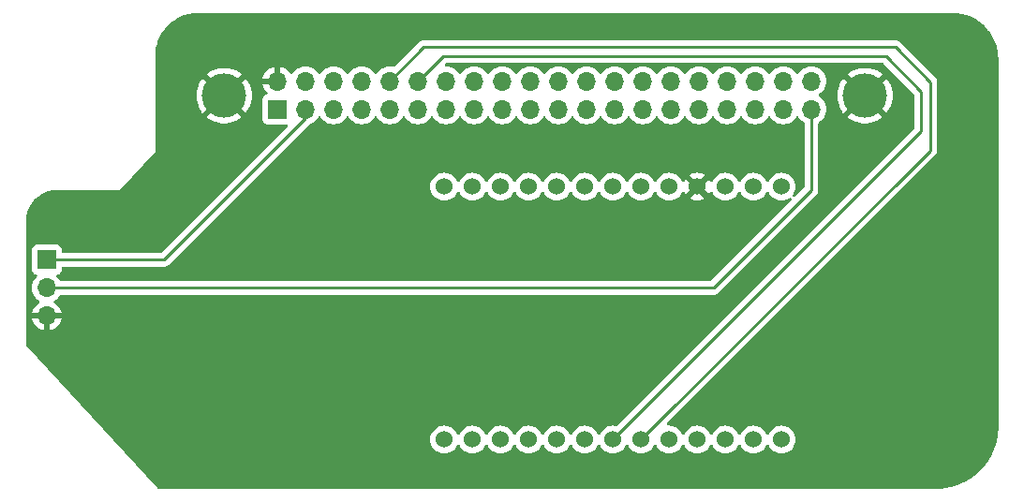
<source format=gbr>
%TF.GenerationSoftware,KiCad,Pcbnew,(7.0.0)*%
%TF.CreationDate,2023-07-17T15:36:44+02:00*%
%TF.ProjectId,SupportCoral,53757070-6f72-4744-936f-72616c2e6b69,rev?*%
%TF.SameCoordinates,Original*%
%TF.FileFunction,Copper,L1,Top*%
%TF.FilePolarity,Positive*%
%FSLAX46Y46*%
G04 Gerber Fmt 4.6, Leading zero omitted, Abs format (unit mm)*
G04 Created by KiCad (PCBNEW (7.0.0)) date 2023-07-17 15:36:44*
%MOMM*%
%LPD*%
G01*
G04 APERTURE LIST*
%TA.AperFunction,ComponentPad*%
%ADD10R,1.700000X1.700000*%
%TD*%
%TA.AperFunction,ComponentPad*%
%ADD11O,1.700000X1.700000*%
%TD*%
%TA.AperFunction,ComponentPad*%
%ADD12C,4.000000*%
%TD*%
%TA.AperFunction,ComponentPad*%
%ADD13C,1.524000*%
%TD*%
%TA.AperFunction,Conductor*%
%ADD14C,0.250000*%
%TD*%
G04 APERTURE END LIST*
D10*
%TO.P,REF\u002A\u002A,1*%
%TO.N,N/C*%
X59039999Y-57999999D03*
D11*
%TO.P,REF\u002A\u002A,2*%
%TO.N,GND*%
X59039999Y-55459999D03*
%TO.P,REF\u002A\u002A,3*%
%TO.N,Out*%
X61579999Y-57999999D03*
%TO.P,REF\u002A\u002A,4*%
%TO.N,N/C*%
X61579999Y-55459999D03*
%TO.P,REF\u002A\u002A,5*%
X64119999Y-57999999D03*
%TO.P,REF\u002A\u002A,6*%
X64119999Y-55459999D03*
%TO.P,REF\u002A\u002A,7*%
X66659999Y-57999999D03*
%TO.P,REF\u002A\u002A,8*%
X66659999Y-55459999D03*
%TO.P,REF\u002A\u002A,9*%
X69199999Y-57999999D03*
%TO.P,REF\u002A\u002A,10*%
%TO.N,RX*%
X69199999Y-55459999D03*
%TO.P,REF\u002A\u002A,11*%
%TO.N,N/C*%
X71739999Y-57999999D03*
%TO.P,REF\u002A\u002A,12*%
%TO.N,TX*%
X71739999Y-55459999D03*
%TO.P,REF\u002A\u002A,13*%
%TO.N,N/C*%
X74279999Y-57999999D03*
%TO.P,REF\u002A\u002A,14*%
X74279999Y-55459999D03*
%TO.P,REF\u002A\u002A,15*%
X76819999Y-57999999D03*
%TO.P,REF\u002A\u002A,16*%
X76819999Y-55459999D03*
%TO.P,REF\u002A\u002A,17*%
X79359999Y-57999999D03*
%TO.P,REF\u002A\u002A,18*%
X79359999Y-55459999D03*
%TO.P,REF\u002A\u002A,19*%
X81899999Y-57999999D03*
%TO.P,REF\u002A\u002A,20*%
X81899999Y-55459999D03*
%TO.P,REF\u002A\u002A,21*%
X84439999Y-57999999D03*
%TO.P,REF\u002A\u002A,22*%
X84439999Y-55459999D03*
%TO.P,REF\u002A\u002A,23*%
X86979999Y-57999999D03*
%TO.P,REF\u002A\u002A,24*%
X86979999Y-55459999D03*
%TO.P,REF\u002A\u002A,25*%
X89519999Y-57999999D03*
%TO.P,REF\u002A\u002A,26*%
X89519999Y-55459999D03*
%TO.P,REF\u002A\u002A,27*%
X92059999Y-57999999D03*
%TO.P,REF\u002A\u002A,28*%
X92059999Y-55459999D03*
%TO.P,REF\u002A\u002A,29*%
X94599999Y-57999999D03*
%TO.P,REF\u002A\u002A,30*%
X94599999Y-55459999D03*
%TO.P,REF\u002A\u002A,31*%
X97139999Y-57999999D03*
%TO.P,REF\u002A\u002A,32*%
X97139999Y-55459999D03*
%TO.P,REF\u002A\u002A,33*%
X99679999Y-57999999D03*
%TO.P,REF\u002A\u002A,34*%
X99679999Y-55459999D03*
%TO.P,REF\u002A\u002A,35*%
X102219999Y-57999999D03*
%TO.P,REF\u002A\u002A,36*%
X102219999Y-55459999D03*
%TO.P,REF\u002A\u002A,37*%
X104759999Y-57999999D03*
%TO.P,REF\u002A\u002A,38*%
X104759999Y-55459999D03*
%TO.P,REF\u002A\u002A,39*%
%TO.N,+*%
X107299999Y-57999999D03*
%TO.P,REF\u002A\u002A,40*%
%TO.N,N/C*%
X107299999Y-55459999D03*
%TD*%
D12*
%TO.P,REF\u002A\u002A,1*%
%TO.N,GND*%
X54229000Y-56769000D03*
%TD*%
%TO.P,REF\u002A\u002A,1*%
%TO.N,GND*%
X112141000Y-56769000D03*
%TD*%
D10*
%TO.P,Motion sensor,1*%
%TO.N,Out*%
X38199999Y-71599999D03*
D11*
%TO.P,Motion sensor,2*%
%TO.N,+*%
X38199999Y-74139999D03*
%TO.P,Motion sensor,3*%
%TO.N,GND*%
X38199999Y-76679999D03*
%TD*%
D13*
%TO.P,Alhora,0*%
%TO.N,N/C*%
X104600000Y-65000000D03*
%TO.P,Alhora,1*%
X102060000Y-65000000D03*
%TO.P,Alhora,2*%
X99520000Y-65000000D03*
%TO.P,Alhora,4*%
X94440000Y-65000000D03*
%TO.P,Alhora,5*%
X91900000Y-65000000D03*
%TO.P,Alhora,6*%
X89360000Y-65000000D03*
%TO.P,Alhora,7*%
X86820000Y-65000000D03*
%TO.P,Alhora,8*%
X84280000Y-65000000D03*
%TO.P,Alhora,9*%
X81740000Y-65000000D03*
%TO.P,Alhora,10*%
X79200000Y-65000000D03*
%TO.P,Alhora,11*%
X76660000Y-65000000D03*
%TO.P,Alhora,12*%
X74120000Y-65000000D03*
%TO.P,Alhora,13*%
X102060000Y-87860000D03*
X104600000Y-87860000D03*
%TO.P,Alhora,14*%
X99520000Y-87860000D03*
%TO.P,Alhora,15*%
X96980000Y-87860000D03*
%TO.P,Alhora,16*%
X94440000Y-87860000D03*
%TO.P,Alhora,19*%
X86820000Y-87860000D03*
%TO.P,Alhora,20*%
X84280000Y-87860000D03*
%TO.P,Alhora,21*%
X81740000Y-87860000D03*
%TO.P,Alhora,22*%
X79200000Y-87860000D03*
%TO.P,Alhora,23*%
X76660000Y-87860000D03*
%TO.P,Alhora,24*%
X74120000Y-87860000D03*
%TO.P,Alhora,GND*%
%TO.N,GND*%
X96980000Y-65000000D03*
%TO.P,Alhora,RX*%
%TO.N,RX*%
X91900000Y-87860000D03*
%TO.P,Alhora,TX*%
%TO.N,TX*%
X89360000Y-87860000D03*
%TD*%
D14*
%TO.N,RX*%
X118038000Y-61722000D02*
X91900000Y-87860000D01*
X118038000Y-55554000D02*
X118038000Y-61722000D01*
X72260000Y-52400000D02*
X114884000Y-52400000D01*
X114884000Y-52400000D02*
X118038000Y-55554000D01*
X69200000Y-55460000D02*
X72260000Y-52400000D01*
%TO.N,Out*%
X61580000Y-58820000D02*
X61580000Y-58000000D01*
X48800000Y-71600000D02*
X61580000Y-58820000D01*
X38200000Y-71600000D02*
X48800000Y-71600000D01*
%TO.N,+*%
X98460000Y-74140000D02*
X107300000Y-65300000D01*
X107300000Y-65300000D02*
X107300000Y-58000000D01*
X38200000Y-74140000D02*
X98460000Y-74140000D01*
%TO.N,TX*%
X114033000Y-53200000D02*
X117221000Y-56388000D01*
X117221000Y-56388000D02*
X117221000Y-59999000D01*
X117221000Y-59999000D02*
X89360000Y-87860000D01*
X71740000Y-55460000D02*
X74000000Y-53200000D01*
X74000000Y-53200000D02*
X114033000Y-53200000D01*
%TD*%
%TA.AperFunction,Conductor*%
%TO.N,GND*%
G36*
X106087257Y-58646976D02*
G01*
X106131575Y-58685842D01*
X106258395Y-58866961D01*
X106258401Y-58866968D01*
X106261505Y-58871401D01*
X106428599Y-59038495D01*
X106433031Y-59041598D01*
X106433033Y-59041600D01*
X106621624Y-59173653D01*
X106660489Y-59217971D01*
X106674500Y-59275228D01*
X106674500Y-64989548D01*
X106665061Y-65037001D01*
X106638181Y-65077229D01*
X105802347Y-65913062D01*
X105750229Y-65944172D01*
X105689591Y-65946819D01*
X105634960Y-65920370D01*
X105599427Y-65871162D01*
X105591504Y-65810985D01*
X105613089Y-65754261D01*
X105697534Y-65633662D01*
X105790894Y-65433450D01*
X105848070Y-65220068D01*
X105867323Y-65000000D01*
X105848070Y-64779932D01*
X105790894Y-64566550D01*
X105782223Y-64547956D01*
X105699942Y-64371504D01*
X105697534Y-64366339D01*
X105570826Y-64185380D01*
X105414620Y-64029174D01*
X105312776Y-63957862D01*
X105238096Y-63905570D01*
X105238090Y-63905566D01*
X105233662Y-63902466D01*
X105228757Y-63900178D01*
X105228754Y-63900177D01*
X105097972Y-63839193D01*
X105033450Y-63809106D01*
X105028235Y-63807708D01*
X105028228Y-63807706D01*
X104825300Y-63753331D01*
X104825289Y-63753329D01*
X104820068Y-63751930D01*
X104814676Y-63751458D01*
X104814669Y-63751457D01*
X104605395Y-63733149D01*
X104600000Y-63732677D01*
X104594605Y-63733149D01*
X104385330Y-63751457D01*
X104385321Y-63751458D01*
X104379932Y-63751930D01*
X104374711Y-63753328D01*
X104374699Y-63753331D01*
X104171777Y-63807705D01*
X104171772Y-63807706D01*
X104166550Y-63809106D01*
X104161654Y-63811388D01*
X104161643Y-63811393D01*
X103971249Y-63900176D01*
X103971245Y-63900178D01*
X103966339Y-63902466D01*
X103961906Y-63905569D01*
X103961899Y-63905574D01*
X103789815Y-64026068D01*
X103789810Y-64026071D01*
X103785380Y-64029174D01*
X103781556Y-64032997D01*
X103781550Y-64033003D01*
X103633003Y-64181550D01*
X103632997Y-64181556D01*
X103629174Y-64185380D01*
X103626071Y-64189810D01*
X103626068Y-64189815D01*
X103505574Y-64361899D01*
X103505569Y-64361906D01*
X103502466Y-64366339D01*
X103500178Y-64371245D01*
X103500176Y-64371249D01*
X103442382Y-64495189D01*
X103396625Y-64547365D01*
X103330000Y-64566784D01*
X103263375Y-64547365D01*
X103217618Y-64495189D01*
X103159942Y-64371504D01*
X103157534Y-64366339D01*
X103030826Y-64185380D01*
X102874620Y-64029174D01*
X102772776Y-63957862D01*
X102698096Y-63905570D01*
X102698090Y-63905566D01*
X102693662Y-63902466D01*
X102688757Y-63900178D01*
X102688754Y-63900177D01*
X102557972Y-63839193D01*
X102493450Y-63809106D01*
X102488235Y-63807708D01*
X102488228Y-63807706D01*
X102285300Y-63753331D01*
X102285289Y-63753329D01*
X102280068Y-63751930D01*
X102274676Y-63751458D01*
X102274669Y-63751457D01*
X102065395Y-63733149D01*
X102060000Y-63732677D01*
X102054605Y-63733149D01*
X101845330Y-63751457D01*
X101845321Y-63751458D01*
X101839932Y-63751930D01*
X101834711Y-63753328D01*
X101834699Y-63753331D01*
X101631777Y-63807705D01*
X101631772Y-63807706D01*
X101626550Y-63809106D01*
X101621654Y-63811388D01*
X101621643Y-63811393D01*
X101431249Y-63900176D01*
X101431245Y-63900178D01*
X101426339Y-63902466D01*
X101421906Y-63905569D01*
X101421899Y-63905574D01*
X101249815Y-64026068D01*
X101249810Y-64026071D01*
X101245380Y-64029174D01*
X101241556Y-64032997D01*
X101241550Y-64033003D01*
X101093003Y-64181550D01*
X101092997Y-64181556D01*
X101089174Y-64185380D01*
X101086071Y-64189810D01*
X101086068Y-64189815D01*
X100965574Y-64361899D01*
X100965569Y-64361906D01*
X100962466Y-64366339D01*
X100960178Y-64371245D01*
X100960176Y-64371249D01*
X100902382Y-64495189D01*
X100856625Y-64547365D01*
X100790000Y-64566784D01*
X100723375Y-64547365D01*
X100677618Y-64495189D01*
X100619942Y-64371504D01*
X100617534Y-64366339D01*
X100490826Y-64185380D01*
X100334620Y-64029174D01*
X100232776Y-63957862D01*
X100158096Y-63905570D01*
X100158090Y-63905566D01*
X100153662Y-63902466D01*
X100148757Y-63900178D01*
X100148754Y-63900177D01*
X100017972Y-63839193D01*
X99953450Y-63809106D01*
X99948235Y-63807708D01*
X99948228Y-63807706D01*
X99745300Y-63753331D01*
X99745289Y-63753329D01*
X99740068Y-63751930D01*
X99734676Y-63751458D01*
X99734669Y-63751457D01*
X99525395Y-63733149D01*
X99520000Y-63732677D01*
X99514605Y-63733149D01*
X99305330Y-63751457D01*
X99305321Y-63751458D01*
X99299932Y-63751930D01*
X99294711Y-63753328D01*
X99294699Y-63753331D01*
X99091777Y-63807705D01*
X99091772Y-63807706D01*
X99086550Y-63809106D01*
X99081654Y-63811388D01*
X99081643Y-63811393D01*
X98891249Y-63900176D01*
X98891245Y-63900178D01*
X98886339Y-63902466D01*
X98881906Y-63905569D01*
X98881899Y-63905574D01*
X98709815Y-64026068D01*
X98709810Y-64026071D01*
X98705380Y-64029174D01*
X98701556Y-64032997D01*
X98701550Y-64033003D01*
X98553003Y-64181550D01*
X98552997Y-64181556D01*
X98549174Y-64185380D01*
X98546071Y-64189810D01*
X98546068Y-64189815D01*
X98425574Y-64361899D01*
X98425569Y-64361906D01*
X98422466Y-64366339D01*
X98420179Y-64371242D01*
X98420178Y-64371245D01*
X98362105Y-64495782D01*
X98316347Y-64547957D01*
X98249722Y-64567376D01*
X98183097Y-64547956D01*
X98137341Y-64495780D01*
X98079391Y-64371504D01*
X98073990Y-64362150D01*
X98039529Y-64312935D01*
X98031418Y-64305502D01*
X98022139Y-64311413D01*
X97345095Y-64988457D01*
X97338431Y-65000000D01*
X97345095Y-65011542D01*
X98022136Y-65688582D01*
X98031419Y-65694496D01*
X98039528Y-65687064D01*
X98073989Y-65637851D01*
X98079388Y-65628499D01*
X98137340Y-65504219D01*
X98183097Y-65452042D01*
X98249722Y-65432622D01*
X98316348Y-65452041D01*
X98362105Y-65504217D01*
X98378331Y-65539015D01*
X98422466Y-65633662D01*
X98425566Y-65638090D01*
X98425570Y-65638096D01*
X98506907Y-65754257D01*
X98549174Y-65814620D01*
X98705380Y-65970826D01*
X98722618Y-65982896D01*
X98881903Y-66094429D01*
X98881906Y-66094430D01*
X98886338Y-66097534D01*
X99086550Y-66190894D01*
X99091770Y-66192292D01*
X99091771Y-66192293D01*
X99294699Y-66246668D01*
X99294701Y-66246668D01*
X99299932Y-66248070D01*
X99520000Y-66267323D01*
X99740068Y-66248070D01*
X99953450Y-66190894D01*
X100153662Y-66097534D01*
X100334620Y-65970826D01*
X100490826Y-65814620D01*
X100617534Y-65633662D01*
X100677618Y-65504808D01*
X100723375Y-65452634D01*
X100790000Y-65433214D01*
X100856625Y-65452634D01*
X100902381Y-65504808D01*
X100932948Y-65570361D01*
X100956531Y-65620936D01*
X100962466Y-65633662D01*
X100965566Y-65638090D01*
X100965570Y-65638096D01*
X101046907Y-65754257D01*
X101089174Y-65814620D01*
X101245380Y-65970826D01*
X101262618Y-65982896D01*
X101421903Y-66094429D01*
X101421906Y-66094430D01*
X101426338Y-66097534D01*
X101626550Y-66190894D01*
X101631770Y-66192292D01*
X101631771Y-66192293D01*
X101834699Y-66246668D01*
X101834701Y-66246668D01*
X101839932Y-66248070D01*
X102060000Y-66267323D01*
X102280068Y-66248070D01*
X102493450Y-66190894D01*
X102693662Y-66097534D01*
X102874620Y-65970826D01*
X103030826Y-65814620D01*
X103157534Y-65633662D01*
X103217618Y-65504808D01*
X103263375Y-65452634D01*
X103330000Y-65433214D01*
X103396625Y-65452634D01*
X103442381Y-65504808D01*
X103472948Y-65570361D01*
X103496531Y-65620936D01*
X103502466Y-65633662D01*
X103505566Y-65638090D01*
X103505570Y-65638096D01*
X103586907Y-65754257D01*
X103629174Y-65814620D01*
X103785380Y-65970826D01*
X103802618Y-65982896D01*
X103961903Y-66094429D01*
X103961906Y-66094430D01*
X103966338Y-66097534D01*
X104166550Y-66190894D01*
X104171770Y-66192292D01*
X104171771Y-66192293D01*
X104374699Y-66246668D01*
X104374701Y-66246668D01*
X104379932Y-66248070D01*
X104600000Y-66267323D01*
X104820068Y-66248070D01*
X105033450Y-66190894D01*
X105233662Y-66097534D01*
X105354259Y-66013090D01*
X105410984Y-65991505D01*
X105471161Y-65999427D01*
X105520369Y-66034960D01*
X105546818Y-66089591D01*
X105544171Y-66150229D01*
X105513061Y-66202347D01*
X98237228Y-73478181D01*
X98197000Y-73505061D01*
X98149547Y-73514500D01*
X39475226Y-73514500D01*
X39417969Y-73500489D01*
X39373651Y-73461623D01*
X39241600Y-73273034D01*
X39238495Y-73268599D01*
X39116569Y-73146673D01*
X39085273Y-73093927D01*
X39083084Y-73032634D01*
X39110537Y-72977789D01*
X39160916Y-72942810D01*
X39292331Y-72893796D01*
X39407546Y-72807546D01*
X39493796Y-72692331D01*
X39544091Y-72557483D01*
X39550500Y-72497873D01*
X39550500Y-72349500D01*
X39567113Y-72287500D01*
X39612500Y-72242113D01*
X39674500Y-72225500D01*
X48722225Y-72225500D01*
X48733280Y-72226021D01*
X48740667Y-72227673D01*
X48807872Y-72225561D01*
X48811768Y-72225500D01*
X48835448Y-72225500D01*
X48839350Y-72225500D01*
X48843313Y-72224999D01*
X48854963Y-72224080D01*
X48898627Y-72222709D01*
X48917861Y-72217119D01*
X48936917Y-72213174D01*
X48956792Y-72210664D01*
X48997395Y-72194587D01*
X49008450Y-72190802D01*
X49050390Y-72178618D01*
X49067629Y-72168422D01*
X49085103Y-72159862D01*
X49096474Y-72155360D01*
X49096476Y-72155358D01*
X49103732Y-72152486D01*
X49139069Y-72126811D01*
X49148824Y-72120403D01*
X49186420Y-72098170D01*
X49200584Y-72084005D01*
X49215379Y-72071368D01*
X49231587Y-72059594D01*
X49259428Y-72025938D01*
X49267279Y-72017309D01*
X56284589Y-65000000D01*
X72852677Y-65000000D01*
X72853149Y-65005395D01*
X72871457Y-65214669D01*
X72871458Y-65214676D01*
X72871930Y-65220068D01*
X72873329Y-65225289D01*
X72873331Y-65225300D01*
X72927706Y-65428228D01*
X72927708Y-65428235D01*
X72929106Y-65433450D01*
X72931392Y-65438352D01*
X73016531Y-65620936D01*
X73022466Y-65633662D01*
X73025566Y-65638090D01*
X73025570Y-65638096D01*
X73106907Y-65754257D01*
X73149174Y-65814620D01*
X73305380Y-65970826D01*
X73322618Y-65982896D01*
X73481903Y-66094429D01*
X73481906Y-66094430D01*
X73486338Y-66097534D01*
X73686550Y-66190894D01*
X73691770Y-66192292D01*
X73691771Y-66192293D01*
X73894699Y-66246668D01*
X73894701Y-66246668D01*
X73899932Y-66248070D01*
X74120000Y-66267323D01*
X74340068Y-66248070D01*
X74553450Y-66190894D01*
X74753662Y-66097534D01*
X74934620Y-65970826D01*
X75090826Y-65814620D01*
X75217534Y-65633662D01*
X75277618Y-65504808D01*
X75323375Y-65452634D01*
X75390000Y-65433214D01*
X75456625Y-65452634D01*
X75502381Y-65504808D01*
X75532948Y-65570361D01*
X75556531Y-65620936D01*
X75562466Y-65633662D01*
X75565566Y-65638090D01*
X75565570Y-65638096D01*
X75646907Y-65754257D01*
X75689174Y-65814620D01*
X75845380Y-65970826D01*
X75862618Y-65982896D01*
X76021903Y-66094429D01*
X76021906Y-66094430D01*
X76026338Y-66097534D01*
X76226550Y-66190894D01*
X76231770Y-66192292D01*
X76231771Y-66192293D01*
X76434699Y-66246668D01*
X76434701Y-66246668D01*
X76439932Y-66248070D01*
X76660000Y-66267323D01*
X76880068Y-66248070D01*
X77093450Y-66190894D01*
X77293662Y-66097534D01*
X77474620Y-65970826D01*
X77630826Y-65814620D01*
X77757534Y-65633662D01*
X77817618Y-65504808D01*
X77863375Y-65452634D01*
X77930000Y-65433214D01*
X77996625Y-65452634D01*
X78042381Y-65504808D01*
X78072948Y-65570361D01*
X78096531Y-65620936D01*
X78102466Y-65633662D01*
X78105566Y-65638090D01*
X78105570Y-65638096D01*
X78186907Y-65754257D01*
X78229174Y-65814620D01*
X78385380Y-65970826D01*
X78402618Y-65982896D01*
X78561903Y-66094429D01*
X78561906Y-66094430D01*
X78566338Y-66097534D01*
X78766550Y-66190894D01*
X78771770Y-66192292D01*
X78771771Y-66192293D01*
X78974699Y-66246668D01*
X78974701Y-66246668D01*
X78979932Y-66248070D01*
X79200000Y-66267323D01*
X79420068Y-66248070D01*
X79633450Y-66190894D01*
X79833662Y-66097534D01*
X80014620Y-65970826D01*
X80170826Y-65814620D01*
X80297534Y-65633662D01*
X80357618Y-65504808D01*
X80403375Y-65452634D01*
X80470000Y-65433214D01*
X80536625Y-65452634D01*
X80582381Y-65504808D01*
X80612948Y-65570361D01*
X80636531Y-65620936D01*
X80642466Y-65633662D01*
X80645566Y-65638090D01*
X80645570Y-65638096D01*
X80726907Y-65754257D01*
X80769174Y-65814620D01*
X80925380Y-65970826D01*
X80942618Y-65982896D01*
X81101903Y-66094429D01*
X81101906Y-66094430D01*
X81106338Y-66097534D01*
X81306550Y-66190894D01*
X81311770Y-66192292D01*
X81311771Y-66192293D01*
X81514699Y-66246668D01*
X81514701Y-66246668D01*
X81519932Y-66248070D01*
X81740000Y-66267323D01*
X81960068Y-66248070D01*
X82173450Y-66190894D01*
X82373662Y-66097534D01*
X82554620Y-65970826D01*
X82710826Y-65814620D01*
X82837534Y-65633662D01*
X82897618Y-65504808D01*
X82943375Y-65452634D01*
X83010000Y-65433214D01*
X83076625Y-65452634D01*
X83122381Y-65504808D01*
X83152948Y-65570361D01*
X83176531Y-65620936D01*
X83182466Y-65633662D01*
X83185566Y-65638090D01*
X83185570Y-65638096D01*
X83266907Y-65754257D01*
X83309174Y-65814620D01*
X83465380Y-65970826D01*
X83482618Y-65982896D01*
X83641903Y-66094429D01*
X83641906Y-66094430D01*
X83646338Y-66097534D01*
X83846550Y-66190894D01*
X83851770Y-66192292D01*
X83851771Y-66192293D01*
X84054699Y-66246668D01*
X84054701Y-66246668D01*
X84059932Y-66248070D01*
X84280000Y-66267323D01*
X84500068Y-66248070D01*
X84713450Y-66190894D01*
X84913662Y-66097534D01*
X85094620Y-65970826D01*
X85250826Y-65814620D01*
X85377534Y-65633662D01*
X85437618Y-65504808D01*
X85483375Y-65452634D01*
X85550000Y-65433214D01*
X85616625Y-65452634D01*
X85662381Y-65504808D01*
X85692948Y-65570361D01*
X85716531Y-65620936D01*
X85722466Y-65633662D01*
X85725566Y-65638090D01*
X85725570Y-65638096D01*
X85806907Y-65754257D01*
X85849174Y-65814620D01*
X86005380Y-65970826D01*
X86022618Y-65982896D01*
X86181903Y-66094429D01*
X86181906Y-66094430D01*
X86186338Y-66097534D01*
X86386550Y-66190894D01*
X86391770Y-66192292D01*
X86391771Y-66192293D01*
X86594699Y-66246668D01*
X86594701Y-66246668D01*
X86599932Y-66248070D01*
X86820000Y-66267323D01*
X87040068Y-66248070D01*
X87253450Y-66190894D01*
X87453662Y-66097534D01*
X87634620Y-65970826D01*
X87790826Y-65814620D01*
X87917534Y-65633662D01*
X87977618Y-65504808D01*
X88023375Y-65452634D01*
X88090000Y-65433214D01*
X88156625Y-65452634D01*
X88202381Y-65504808D01*
X88232948Y-65570361D01*
X88256531Y-65620936D01*
X88262466Y-65633662D01*
X88265566Y-65638090D01*
X88265570Y-65638096D01*
X88346907Y-65754257D01*
X88389174Y-65814620D01*
X88545380Y-65970826D01*
X88562618Y-65982896D01*
X88721903Y-66094429D01*
X88721906Y-66094430D01*
X88726338Y-66097534D01*
X88926550Y-66190894D01*
X88931770Y-66192292D01*
X88931771Y-66192293D01*
X89134699Y-66246668D01*
X89134701Y-66246668D01*
X89139932Y-66248070D01*
X89360000Y-66267323D01*
X89580068Y-66248070D01*
X89793450Y-66190894D01*
X89993662Y-66097534D01*
X90174620Y-65970826D01*
X90330826Y-65814620D01*
X90457534Y-65633662D01*
X90517618Y-65504808D01*
X90563375Y-65452634D01*
X90630000Y-65433214D01*
X90696625Y-65452634D01*
X90742381Y-65504808D01*
X90772948Y-65570361D01*
X90796531Y-65620936D01*
X90802466Y-65633662D01*
X90805566Y-65638090D01*
X90805570Y-65638096D01*
X90886907Y-65754257D01*
X90929174Y-65814620D01*
X91085380Y-65970826D01*
X91102618Y-65982896D01*
X91261903Y-66094429D01*
X91261906Y-66094430D01*
X91266338Y-66097534D01*
X91466550Y-66190894D01*
X91471770Y-66192292D01*
X91471771Y-66192293D01*
X91674699Y-66246668D01*
X91674701Y-66246668D01*
X91679932Y-66248070D01*
X91900000Y-66267323D01*
X92120068Y-66248070D01*
X92333450Y-66190894D01*
X92533662Y-66097534D01*
X92714620Y-65970826D01*
X92870826Y-65814620D01*
X92997534Y-65633662D01*
X93057618Y-65504808D01*
X93103375Y-65452634D01*
X93170000Y-65433214D01*
X93236625Y-65452634D01*
X93282381Y-65504808D01*
X93312948Y-65570361D01*
X93336531Y-65620936D01*
X93342466Y-65633662D01*
X93345566Y-65638090D01*
X93345570Y-65638096D01*
X93426907Y-65754257D01*
X93469174Y-65814620D01*
X93625380Y-65970826D01*
X93642618Y-65982896D01*
X93801903Y-66094429D01*
X93801906Y-66094430D01*
X93806338Y-66097534D01*
X94006550Y-66190894D01*
X94011770Y-66192292D01*
X94011771Y-66192293D01*
X94214699Y-66246668D01*
X94214701Y-66246668D01*
X94219932Y-66248070D01*
X94440000Y-66267323D01*
X94660068Y-66248070D01*
X94873450Y-66190894D01*
X95073662Y-66097534D01*
X95139523Y-66051418D01*
X96285503Y-66051418D01*
X96292936Y-66059530D01*
X96342151Y-66093991D01*
X96351499Y-66099388D01*
X96541819Y-66188135D01*
X96551943Y-66191821D01*
X96754786Y-66246173D01*
X96765418Y-66248047D01*
X96974605Y-66266349D01*
X96985395Y-66266349D01*
X97194581Y-66248047D01*
X97205213Y-66246173D01*
X97408056Y-66191821D01*
X97418180Y-66188135D01*
X97608494Y-66099391D01*
X97617851Y-66093989D01*
X97667064Y-66059528D01*
X97674496Y-66051419D01*
X97668582Y-66042136D01*
X96991542Y-65365095D01*
X96980000Y-65358431D01*
X96968457Y-65365095D01*
X96291416Y-66042136D01*
X96285503Y-66051418D01*
X95139523Y-66051418D01*
X95254620Y-65970826D01*
X95410826Y-65814620D01*
X95537534Y-65633662D01*
X95597895Y-65504216D01*
X95643651Y-65452042D01*
X95710276Y-65432622D01*
X95776901Y-65452042D01*
X95822658Y-65504218D01*
X95880609Y-65628496D01*
X95886008Y-65637848D01*
X95920470Y-65687065D01*
X95928579Y-65694496D01*
X95937862Y-65688582D01*
X96614903Y-65011542D01*
X96621567Y-64999999D01*
X96614903Y-64988457D01*
X95937859Y-64311413D01*
X95928581Y-64305502D01*
X95920468Y-64312936D01*
X95886006Y-64362154D01*
X95880612Y-64371498D01*
X95822658Y-64495781D01*
X95776901Y-64547957D01*
X95710276Y-64567376D01*
X95643651Y-64547957D01*
X95597894Y-64495781D01*
X95539942Y-64371504D01*
X95537534Y-64366339D01*
X95410826Y-64185380D01*
X95254620Y-64029174D01*
X95152776Y-63957862D01*
X95139521Y-63948581D01*
X96285502Y-63948581D01*
X96291413Y-63957859D01*
X96968457Y-64634903D01*
X96979999Y-64641567D01*
X96991542Y-64634903D01*
X97668582Y-63957862D01*
X97674496Y-63948579D01*
X97667065Y-63940470D01*
X97617848Y-63906008D01*
X97608496Y-63900609D01*
X97418180Y-63811864D01*
X97408056Y-63808178D01*
X97205213Y-63753826D01*
X97194581Y-63751952D01*
X96985395Y-63733651D01*
X96974605Y-63733651D01*
X96765418Y-63751952D01*
X96754786Y-63753826D01*
X96551949Y-63808177D01*
X96541815Y-63811865D01*
X96351498Y-63900612D01*
X96342154Y-63906006D01*
X96292936Y-63940468D01*
X96285502Y-63948581D01*
X95139521Y-63948581D01*
X95078096Y-63905570D01*
X95078090Y-63905566D01*
X95073662Y-63902466D01*
X95068757Y-63900178D01*
X95068754Y-63900177D01*
X94937972Y-63839193D01*
X94873450Y-63809106D01*
X94868235Y-63807708D01*
X94868228Y-63807706D01*
X94665300Y-63753331D01*
X94665289Y-63753329D01*
X94660068Y-63751930D01*
X94654676Y-63751458D01*
X94654669Y-63751457D01*
X94445395Y-63733149D01*
X94440000Y-63732677D01*
X94434605Y-63733149D01*
X94225330Y-63751457D01*
X94225321Y-63751458D01*
X94219932Y-63751930D01*
X94214711Y-63753328D01*
X94214699Y-63753331D01*
X94011777Y-63807705D01*
X94011772Y-63807706D01*
X94006550Y-63809106D01*
X94001654Y-63811388D01*
X94001643Y-63811393D01*
X93811249Y-63900176D01*
X93811245Y-63900178D01*
X93806339Y-63902466D01*
X93801906Y-63905569D01*
X93801899Y-63905574D01*
X93629815Y-64026068D01*
X93629810Y-64026071D01*
X93625380Y-64029174D01*
X93621556Y-64032997D01*
X93621550Y-64033003D01*
X93473003Y-64181550D01*
X93472997Y-64181556D01*
X93469174Y-64185380D01*
X93466071Y-64189810D01*
X93466068Y-64189815D01*
X93345574Y-64361899D01*
X93345569Y-64361906D01*
X93342466Y-64366339D01*
X93340178Y-64371245D01*
X93340176Y-64371249D01*
X93282382Y-64495189D01*
X93236625Y-64547365D01*
X93170000Y-64566784D01*
X93103375Y-64547365D01*
X93057618Y-64495189D01*
X92999942Y-64371504D01*
X92997534Y-64366339D01*
X92870826Y-64185380D01*
X92714620Y-64029174D01*
X92612776Y-63957862D01*
X92538096Y-63905570D01*
X92538090Y-63905566D01*
X92533662Y-63902466D01*
X92528757Y-63900178D01*
X92528754Y-63900177D01*
X92397972Y-63839193D01*
X92333450Y-63809106D01*
X92328235Y-63807708D01*
X92328228Y-63807706D01*
X92125300Y-63753331D01*
X92125289Y-63753329D01*
X92120068Y-63751930D01*
X92114676Y-63751458D01*
X92114669Y-63751457D01*
X91905395Y-63733149D01*
X91900000Y-63732677D01*
X91894605Y-63733149D01*
X91685330Y-63751457D01*
X91685321Y-63751458D01*
X91679932Y-63751930D01*
X91674711Y-63753328D01*
X91674699Y-63753331D01*
X91471777Y-63807705D01*
X91471772Y-63807706D01*
X91466550Y-63809106D01*
X91461654Y-63811388D01*
X91461643Y-63811393D01*
X91271249Y-63900176D01*
X91271245Y-63900178D01*
X91266339Y-63902466D01*
X91261906Y-63905569D01*
X91261899Y-63905574D01*
X91089815Y-64026068D01*
X91089810Y-64026071D01*
X91085380Y-64029174D01*
X91081556Y-64032997D01*
X91081550Y-64033003D01*
X90933003Y-64181550D01*
X90932997Y-64181556D01*
X90929174Y-64185380D01*
X90926071Y-64189810D01*
X90926068Y-64189815D01*
X90805574Y-64361899D01*
X90805569Y-64361906D01*
X90802466Y-64366339D01*
X90800178Y-64371245D01*
X90800176Y-64371249D01*
X90742382Y-64495189D01*
X90696625Y-64547365D01*
X90630000Y-64566784D01*
X90563375Y-64547365D01*
X90517618Y-64495189D01*
X90459942Y-64371504D01*
X90457534Y-64366339D01*
X90330826Y-64185380D01*
X90174620Y-64029174D01*
X90072776Y-63957862D01*
X89998096Y-63905570D01*
X89998090Y-63905566D01*
X89993662Y-63902466D01*
X89988757Y-63900178D01*
X89988754Y-63900177D01*
X89857972Y-63839193D01*
X89793450Y-63809106D01*
X89788235Y-63807708D01*
X89788228Y-63807706D01*
X89585300Y-63753331D01*
X89585289Y-63753329D01*
X89580068Y-63751930D01*
X89574676Y-63751458D01*
X89574669Y-63751457D01*
X89365395Y-63733149D01*
X89360000Y-63732677D01*
X89354605Y-63733149D01*
X89145330Y-63751457D01*
X89145321Y-63751458D01*
X89139932Y-63751930D01*
X89134711Y-63753328D01*
X89134699Y-63753331D01*
X88931777Y-63807705D01*
X88931772Y-63807706D01*
X88926550Y-63809106D01*
X88921654Y-63811388D01*
X88921643Y-63811393D01*
X88731249Y-63900176D01*
X88731245Y-63900178D01*
X88726339Y-63902466D01*
X88721906Y-63905569D01*
X88721899Y-63905574D01*
X88549815Y-64026068D01*
X88549810Y-64026071D01*
X88545380Y-64029174D01*
X88541556Y-64032997D01*
X88541550Y-64033003D01*
X88393003Y-64181550D01*
X88392997Y-64181556D01*
X88389174Y-64185380D01*
X88386071Y-64189810D01*
X88386068Y-64189815D01*
X88265574Y-64361899D01*
X88265569Y-64361906D01*
X88262466Y-64366339D01*
X88260178Y-64371245D01*
X88260176Y-64371249D01*
X88202382Y-64495189D01*
X88156625Y-64547365D01*
X88090000Y-64566784D01*
X88023375Y-64547365D01*
X87977618Y-64495189D01*
X87919942Y-64371504D01*
X87917534Y-64366339D01*
X87790826Y-64185380D01*
X87634620Y-64029174D01*
X87532776Y-63957862D01*
X87458096Y-63905570D01*
X87458090Y-63905566D01*
X87453662Y-63902466D01*
X87448757Y-63900178D01*
X87448754Y-63900177D01*
X87317972Y-63839193D01*
X87253450Y-63809106D01*
X87248235Y-63807708D01*
X87248228Y-63807706D01*
X87045300Y-63753331D01*
X87045289Y-63753329D01*
X87040068Y-63751930D01*
X87034676Y-63751458D01*
X87034669Y-63751457D01*
X86825395Y-63733149D01*
X86820000Y-63732677D01*
X86814605Y-63733149D01*
X86605330Y-63751457D01*
X86605321Y-63751458D01*
X86599932Y-63751930D01*
X86594711Y-63753328D01*
X86594699Y-63753331D01*
X86391777Y-63807705D01*
X86391772Y-63807706D01*
X86386550Y-63809106D01*
X86381654Y-63811388D01*
X86381643Y-63811393D01*
X86191249Y-63900176D01*
X86191245Y-63900178D01*
X86186339Y-63902466D01*
X86181906Y-63905569D01*
X86181899Y-63905574D01*
X86009815Y-64026068D01*
X86009810Y-64026071D01*
X86005380Y-64029174D01*
X86001556Y-64032997D01*
X86001550Y-64033003D01*
X85853003Y-64181550D01*
X85852997Y-64181556D01*
X85849174Y-64185380D01*
X85846071Y-64189810D01*
X85846068Y-64189815D01*
X85725574Y-64361899D01*
X85725569Y-64361906D01*
X85722466Y-64366339D01*
X85720178Y-64371245D01*
X85720176Y-64371249D01*
X85662382Y-64495189D01*
X85616625Y-64547365D01*
X85550000Y-64566784D01*
X85483375Y-64547365D01*
X85437618Y-64495189D01*
X85379942Y-64371504D01*
X85377534Y-64366339D01*
X85250826Y-64185380D01*
X85094620Y-64029174D01*
X84992776Y-63957862D01*
X84918096Y-63905570D01*
X84918090Y-63905566D01*
X84913662Y-63902466D01*
X84908757Y-63900178D01*
X84908754Y-63900177D01*
X84777972Y-63839193D01*
X84713450Y-63809106D01*
X84708235Y-63807708D01*
X84708228Y-63807706D01*
X84505300Y-63753331D01*
X84505289Y-63753329D01*
X84500068Y-63751930D01*
X84494676Y-63751458D01*
X84494669Y-63751457D01*
X84285395Y-63733149D01*
X84280000Y-63732677D01*
X84274605Y-63733149D01*
X84065330Y-63751457D01*
X84065321Y-63751458D01*
X84059932Y-63751930D01*
X84054711Y-63753328D01*
X84054699Y-63753331D01*
X83851777Y-63807705D01*
X83851772Y-63807706D01*
X83846550Y-63809106D01*
X83841654Y-63811388D01*
X83841643Y-63811393D01*
X83651249Y-63900176D01*
X83651245Y-63900178D01*
X83646339Y-63902466D01*
X83641906Y-63905569D01*
X83641899Y-63905574D01*
X83469815Y-64026068D01*
X83469810Y-64026071D01*
X83465380Y-64029174D01*
X83461556Y-64032997D01*
X83461550Y-64033003D01*
X83313003Y-64181550D01*
X83312997Y-64181556D01*
X83309174Y-64185380D01*
X83306071Y-64189810D01*
X83306068Y-64189815D01*
X83185574Y-64361899D01*
X83185569Y-64361906D01*
X83182466Y-64366339D01*
X83180178Y-64371245D01*
X83180176Y-64371249D01*
X83122382Y-64495189D01*
X83076625Y-64547365D01*
X83010000Y-64566784D01*
X82943375Y-64547365D01*
X82897618Y-64495189D01*
X82839942Y-64371504D01*
X82837534Y-64366339D01*
X82710826Y-64185380D01*
X82554620Y-64029174D01*
X82452776Y-63957862D01*
X82378096Y-63905570D01*
X82378090Y-63905566D01*
X82373662Y-63902466D01*
X82368757Y-63900178D01*
X82368754Y-63900177D01*
X82237972Y-63839193D01*
X82173450Y-63809106D01*
X82168235Y-63807708D01*
X82168228Y-63807706D01*
X81965300Y-63753331D01*
X81965289Y-63753329D01*
X81960068Y-63751930D01*
X81954676Y-63751458D01*
X81954669Y-63751457D01*
X81745395Y-63733149D01*
X81740000Y-63732677D01*
X81734605Y-63733149D01*
X81525330Y-63751457D01*
X81525321Y-63751458D01*
X81519932Y-63751930D01*
X81514711Y-63753328D01*
X81514699Y-63753331D01*
X81311777Y-63807705D01*
X81311772Y-63807706D01*
X81306550Y-63809106D01*
X81301654Y-63811388D01*
X81301643Y-63811393D01*
X81111249Y-63900176D01*
X81111245Y-63900178D01*
X81106339Y-63902466D01*
X81101906Y-63905569D01*
X81101899Y-63905574D01*
X80929815Y-64026068D01*
X80929810Y-64026071D01*
X80925380Y-64029174D01*
X80921556Y-64032997D01*
X80921550Y-64033003D01*
X80773003Y-64181550D01*
X80772997Y-64181556D01*
X80769174Y-64185380D01*
X80766071Y-64189810D01*
X80766068Y-64189815D01*
X80645574Y-64361899D01*
X80645569Y-64361906D01*
X80642466Y-64366339D01*
X80640178Y-64371245D01*
X80640176Y-64371249D01*
X80582382Y-64495189D01*
X80536625Y-64547365D01*
X80470000Y-64566784D01*
X80403375Y-64547365D01*
X80357618Y-64495189D01*
X80299942Y-64371504D01*
X80297534Y-64366339D01*
X80170826Y-64185380D01*
X80014620Y-64029174D01*
X79912776Y-63957862D01*
X79838096Y-63905570D01*
X79838090Y-63905566D01*
X79833662Y-63902466D01*
X79828757Y-63900178D01*
X79828754Y-63900177D01*
X79697972Y-63839193D01*
X79633450Y-63809106D01*
X79628235Y-63807708D01*
X79628228Y-63807706D01*
X79425300Y-63753331D01*
X79425289Y-63753329D01*
X79420068Y-63751930D01*
X79414676Y-63751458D01*
X79414669Y-63751457D01*
X79205395Y-63733149D01*
X79200000Y-63732677D01*
X79194605Y-63733149D01*
X78985330Y-63751457D01*
X78985321Y-63751458D01*
X78979932Y-63751930D01*
X78974711Y-63753328D01*
X78974699Y-63753331D01*
X78771777Y-63807705D01*
X78771772Y-63807706D01*
X78766550Y-63809106D01*
X78761654Y-63811388D01*
X78761643Y-63811393D01*
X78571249Y-63900176D01*
X78571245Y-63900178D01*
X78566339Y-63902466D01*
X78561906Y-63905569D01*
X78561899Y-63905574D01*
X78389815Y-64026068D01*
X78389810Y-64026071D01*
X78385380Y-64029174D01*
X78381556Y-64032997D01*
X78381550Y-64033003D01*
X78233003Y-64181550D01*
X78232997Y-64181556D01*
X78229174Y-64185380D01*
X78226071Y-64189810D01*
X78226068Y-64189815D01*
X78105574Y-64361899D01*
X78105569Y-64361906D01*
X78102466Y-64366339D01*
X78100178Y-64371245D01*
X78100176Y-64371249D01*
X78042382Y-64495189D01*
X77996625Y-64547365D01*
X77930000Y-64566784D01*
X77863375Y-64547365D01*
X77817618Y-64495189D01*
X77759942Y-64371504D01*
X77757534Y-64366339D01*
X77630826Y-64185380D01*
X77474620Y-64029174D01*
X77372776Y-63957862D01*
X77298096Y-63905570D01*
X77298090Y-63905566D01*
X77293662Y-63902466D01*
X77288757Y-63900178D01*
X77288754Y-63900177D01*
X77157972Y-63839193D01*
X77093450Y-63809106D01*
X77088235Y-63807708D01*
X77088228Y-63807706D01*
X76885300Y-63753331D01*
X76885289Y-63753329D01*
X76880068Y-63751930D01*
X76874676Y-63751458D01*
X76874669Y-63751457D01*
X76665395Y-63733149D01*
X76660000Y-63732677D01*
X76654605Y-63733149D01*
X76445330Y-63751457D01*
X76445321Y-63751458D01*
X76439932Y-63751930D01*
X76434711Y-63753328D01*
X76434699Y-63753331D01*
X76231777Y-63807705D01*
X76231772Y-63807706D01*
X76226550Y-63809106D01*
X76221654Y-63811388D01*
X76221643Y-63811393D01*
X76031249Y-63900176D01*
X76031245Y-63900178D01*
X76026339Y-63902466D01*
X76021906Y-63905569D01*
X76021899Y-63905574D01*
X75849815Y-64026068D01*
X75849810Y-64026071D01*
X75845380Y-64029174D01*
X75841556Y-64032997D01*
X75841550Y-64033003D01*
X75693003Y-64181550D01*
X75692997Y-64181556D01*
X75689174Y-64185380D01*
X75686071Y-64189810D01*
X75686068Y-64189815D01*
X75565574Y-64361899D01*
X75565569Y-64361906D01*
X75562466Y-64366339D01*
X75560178Y-64371245D01*
X75560176Y-64371249D01*
X75502382Y-64495189D01*
X75456625Y-64547365D01*
X75390000Y-64566784D01*
X75323375Y-64547365D01*
X75277618Y-64495189D01*
X75219942Y-64371504D01*
X75217534Y-64366339D01*
X75090826Y-64185380D01*
X74934620Y-64029174D01*
X74832776Y-63957862D01*
X74758096Y-63905570D01*
X74758090Y-63905566D01*
X74753662Y-63902466D01*
X74748757Y-63900178D01*
X74748754Y-63900177D01*
X74617972Y-63839193D01*
X74553450Y-63809106D01*
X74548235Y-63807708D01*
X74548228Y-63807706D01*
X74345300Y-63753331D01*
X74345289Y-63753329D01*
X74340068Y-63751930D01*
X74334676Y-63751458D01*
X74334669Y-63751457D01*
X74125395Y-63733149D01*
X74120000Y-63732677D01*
X74114605Y-63733149D01*
X73905330Y-63751457D01*
X73905321Y-63751458D01*
X73899932Y-63751930D01*
X73894711Y-63753328D01*
X73894699Y-63753331D01*
X73691777Y-63807705D01*
X73691772Y-63807706D01*
X73686550Y-63809106D01*
X73681654Y-63811388D01*
X73681643Y-63811393D01*
X73491249Y-63900176D01*
X73491245Y-63900178D01*
X73486339Y-63902466D01*
X73481906Y-63905569D01*
X73481899Y-63905574D01*
X73309815Y-64026068D01*
X73309810Y-64026071D01*
X73305380Y-64029174D01*
X73301556Y-64032997D01*
X73301550Y-64033003D01*
X73153003Y-64181550D01*
X73152997Y-64181556D01*
X73149174Y-64185380D01*
X73146071Y-64189810D01*
X73146068Y-64189815D01*
X73025574Y-64361899D01*
X73025569Y-64361906D01*
X73022466Y-64366339D01*
X73020178Y-64371245D01*
X73020176Y-64371249D01*
X72931393Y-64561643D01*
X72931388Y-64561654D01*
X72929106Y-64566550D01*
X72927706Y-64571772D01*
X72927705Y-64571777D01*
X72873331Y-64774699D01*
X72873328Y-64774711D01*
X72871930Y-64779932D01*
X72871458Y-64785321D01*
X72871457Y-64785330D01*
X72853687Y-64988457D01*
X72852677Y-65000000D01*
X56284589Y-65000000D01*
X61967310Y-59317279D01*
X61975481Y-59309844D01*
X61981877Y-59305786D01*
X61986631Y-59300722D01*
X62033134Y-59276724D01*
X62038430Y-59275305D01*
X62043663Y-59273903D01*
X62257830Y-59174035D01*
X62451401Y-59038495D01*
X62618495Y-58871401D01*
X62748426Y-58685839D01*
X62792742Y-58646976D01*
X62849999Y-58632965D01*
X62907256Y-58646976D01*
X62951574Y-58685841D01*
X63078399Y-58866966D01*
X63078402Y-58866970D01*
X63081505Y-58871401D01*
X63248599Y-59038495D01*
X63253031Y-59041598D01*
X63253033Y-59041600D01*
X63397260Y-59142589D01*
X63442170Y-59174035D01*
X63656337Y-59273903D01*
X63884592Y-59335063D01*
X64120000Y-59355659D01*
X64355408Y-59335063D01*
X64583663Y-59273903D01*
X64797830Y-59174035D01*
X64991401Y-59038495D01*
X65158495Y-58871401D01*
X65288426Y-58685839D01*
X65332742Y-58646976D01*
X65389999Y-58632965D01*
X65447256Y-58646976D01*
X65491574Y-58685841D01*
X65618399Y-58866966D01*
X65618402Y-58866970D01*
X65621505Y-58871401D01*
X65788599Y-59038495D01*
X65793031Y-59041598D01*
X65793033Y-59041600D01*
X65937260Y-59142589D01*
X65982170Y-59174035D01*
X66196337Y-59273903D01*
X66424592Y-59335063D01*
X66660000Y-59355659D01*
X66895408Y-59335063D01*
X67123663Y-59273903D01*
X67337830Y-59174035D01*
X67531401Y-59038495D01*
X67698495Y-58871401D01*
X67828426Y-58685841D01*
X67872743Y-58646976D01*
X67930000Y-58632965D01*
X67987257Y-58646976D01*
X68031575Y-58685842D01*
X68158395Y-58866961D01*
X68158401Y-58866968D01*
X68161505Y-58871401D01*
X68328599Y-59038495D01*
X68333031Y-59041598D01*
X68333033Y-59041600D01*
X68477260Y-59142589D01*
X68522170Y-59174035D01*
X68736337Y-59273903D01*
X68964592Y-59335063D01*
X69200000Y-59355659D01*
X69435408Y-59335063D01*
X69663663Y-59273903D01*
X69877830Y-59174035D01*
X70071401Y-59038495D01*
X70238495Y-58871401D01*
X70368426Y-58685841D01*
X70412743Y-58646976D01*
X70470000Y-58632965D01*
X70527257Y-58646976D01*
X70571575Y-58685842D01*
X70698395Y-58866961D01*
X70698401Y-58866968D01*
X70701505Y-58871401D01*
X70868599Y-59038495D01*
X70873031Y-59041598D01*
X70873033Y-59041600D01*
X71017260Y-59142589D01*
X71062170Y-59174035D01*
X71276337Y-59273903D01*
X71504592Y-59335063D01*
X71740000Y-59355659D01*
X71975408Y-59335063D01*
X72203663Y-59273903D01*
X72417830Y-59174035D01*
X72611401Y-59038495D01*
X72778495Y-58871401D01*
X72908426Y-58685841D01*
X72952743Y-58646976D01*
X73010000Y-58632965D01*
X73067257Y-58646976D01*
X73111575Y-58685842D01*
X73238395Y-58866961D01*
X73238401Y-58866968D01*
X73241505Y-58871401D01*
X73408599Y-59038495D01*
X73413031Y-59041598D01*
X73413033Y-59041600D01*
X73557260Y-59142589D01*
X73602170Y-59174035D01*
X73816337Y-59273903D01*
X74044592Y-59335063D01*
X74280000Y-59355659D01*
X74515408Y-59335063D01*
X74743663Y-59273903D01*
X74957830Y-59174035D01*
X75151401Y-59038495D01*
X75318495Y-58871401D01*
X75448426Y-58685841D01*
X75492743Y-58646976D01*
X75550000Y-58632965D01*
X75607257Y-58646976D01*
X75651575Y-58685842D01*
X75778395Y-58866961D01*
X75778401Y-58866968D01*
X75781505Y-58871401D01*
X75948599Y-59038495D01*
X75953031Y-59041598D01*
X75953033Y-59041600D01*
X76097260Y-59142589D01*
X76142170Y-59174035D01*
X76356337Y-59273903D01*
X76584592Y-59335063D01*
X76820000Y-59355659D01*
X77055408Y-59335063D01*
X77283663Y-59273903D01*
X77497830Y-59174035D01*
X77691401Y-59038495D01*
X77858495Y-58871401D01*
X77988426Y-58685841D01*
X78032743Y-58646976D01*
X78090000Y-58632965D01*
X78147257Y-58646976D01*
X78191575Y-58685842D01*
X78318395Y-58866961D01*
X78318401Y-58866968D01*
X78321505Y-58871401D01*
X78488599Y-59038495D01*
X78493031Y-59041598D01*
X78493033Y-59041600D01*
X78637260Y-59142589D01*
X78682170Y-59174035D01*
X78896337Y-59273903D01*
X79124592Y-59335063D01*
X79360000Y-59355659D01*
X79595408Y-59335063D01*
X79823663Y-59273903D01*
X80037830Y-59174035D01*
X80231401Y-59038495D01*
X80398495Y-58871401D01*
X80528426Y-58685841D01*
X80572743Y-58646976D01*
X80630000Y-58632965D01*
X80687257Y-58646976D01*
X80731575Y-58685842D01*
X80858395Y-58866961D01*
X80858401Y-58866968D01*
X80861505Y-58871401D01*
X81028599Y-59038495D01*
X81033031Y-59041598D01*
X81033033Y-59041600D01*
X81177260Y-59142589D01*
X81222170Y-59174035D01*
X81436337Y-59273903D01*
X81664592Y-59335063D01*
X81900000Y-59355659D01*
X82135408Y-59335063D01*
X82363663Y-59273903D01*
X82577830Y-59174035D01*
X82771401Y-59038495D01*
X82938495Y-58871401D01*
X83068426Y-58685841D01*
X83112743Y-58646976D01*
X83170000Y-58632965D01*
X83227257Y-58646976D01*
X83271575Y-58685842D01*
X83398395Y-58866961D01*
X83398401Y-58866968D01*
X83401505Y-58871401D01*
X83568599Y-59038495D01*
X83573031Y-59041598D01*
X83573033Y-59041600D01*
X83717260Y-59142589D01*
X83762170Y-59174035D01*
X83976337Y-59273903D01*
X84204592Y-59335063D01*
X84440000Y-59355659D01*
X84675408Y-59335063D01*
X84903663Y-59273903D01*
X85117830Y-59174035D01*
X85311401Y-59038495D01*
X85478495Y-58871401D01*
X85608426Y-58685841D01*
X85652743Y-58646976D01*
X85710000Y-58632965D01*
X85767257Y-58646976D01*
X85811575Y-58685842D01*
X85938395Y-58866961D01*
X85938401Y-58866968D01*
X85941505Y-58871401D01*
X86108599Y-59038495D01*
X86113031Y-59041598D01*
X86113033Y-59041600D01*
X86257260Y-59142589D01*
X86302170Y-59174035D01*
X86516337Y-59273903D01*
X86744592Y-59335063D01*
X86980000Y-59355659D01*
X87215408Y-59335063D01*
X87443663Y-59273903D01*
X87657830Y-59174035D01*
X87851401Y-59038495D01*
X88018495Y-58871401D01*
X88148426Y-58685841D01*
X88192743Y-58646976D01*
X88250000Y-58632965D01*
X88307257Y-58646976D01*
X88351575Y-58685842D01*
X88478395Y-58866961D01*
X88478401Y-58866968D01*
X88481505Y-58871401D01*
X88648599Y-59038495D01*
X88653031Y-59041598D01*
X88653033Y-59041600D01*
X88797260Y-59142589D01*
X88842170Y-59174035D01*
X89056337Y-59273903D01*
X89284592Y-59335063D01*
X89520000Y-59355659D01*
X89755408Y-59335063D01*
X89983663Y-59273903D01*
X90197830Y-59174035D01*
X90391401Y-59038495D01*
X90558495Y-58871401D01*
X90688426Y-58685841D01*
X90732743Y-58646976D01*
X90790000Y-58632965D01*
X90847257Y-58646976D01*
X90891575Y-58685842D01*
X91018395Y-58866961D01*
X91018401Y-58866968D01*
X91021505Y-58871401D01*
X91188599Y-59038495D01*
X91193031Y-59041598D01*
X91193033Y-59041600D01*
X91337260Y-59142589D01*
X91382170Y-59174035D01*
X91596337Y-59273903D01*
X91824592Y-59335063D01*
X92060000Y-59355659D01*
X92295408Y-59335063D01*
X92523663Y-59273903D01*
X92737830Y-59174035D01*
X92931401Y-59038495D01*
X93098495Y-58871401D01*
X93228426Y-58685841D01*
X93272743Y-58646976D01*
X93330000Y-58632965D01*
X93387257Y-58646976D01*
X93431575Y-58685842D01*
X93558395Y-58866961D01*
X93558401Y-58866968D01*
X93561505Y-58871401D01*
X93728599Y-59038495D01*
X93733031Y-59041598D01*
X93733033Y-59041600D01*
X93877260Y-59142589D01*
X93922170Y-59174035D01*
X94136337Y-59273903D01*
X94364592Y-59335063D01*
X94600000Y-59355659D01*
X94835408Y-59335063D01*
X95063663Y-59273903D01*
X95277830Y-59174035D01*
X95471401Y-59038495D01*
X95638495Y-58871401D01*
X95768426Y-58685841D01*
X95812743Y-58646976D01*
X95870000Y-58632965D01*
X95927257Y-58646976D01*
X95971575Y-58685842D01*
X96098395Y-58866961D01*
X96098401Y-58866968D01*
X96101505Y-58871401D01*
X96268599Y-59038495D01*
X96273031Y-59041598D01*
X96273033Y-59041600D01*
X96417260Y-59142589D01*
X96462170Y-59174035D01*
X96676337Y-59273903D01*
X96904592Y-59335063D01*
X97140000Y-59355659D01*
X97375408Y-59335063D01*
X97603663Y-59273903D01*
X97817830Y-59174035D01*
X98011401Y-59038495D01*
X98178495Y-58871401D01*
X98308426Y-58685841D01*
X98352743Y-58646976D01*
X98410000Y-58632965D01*
X98467257Y-58646976D01*
X98511575Y-58685842D01*
X98638395Y-58866961D01*
X98638401Y-58866968D01*
X98641505Y-58871401D01*
X98808599Y-59038495D01*
X98813031Y-59041598D01*
X98813033Y-59041600D01*
X98957260Y-59142589D01*
X99002170Y-59174035D01*
X99216337Y-59273903D01*
X99444592Y-59335063D01*
X99680000Y-59355659D01*
X99915408Y-59335063D01*
X100143663Y-59273903D01*
X100357830Y-59174035D01*
X100551401Y-59038495D01*
X100718495Y-58871401D01*
X100848426Y-58685841D01*
X100892743Y-58646976D01*
X100950000Y-58632965D01*
X101007257Y-58646976D01*
X101051575Y-58685842D01*
X101178395Y-58866961D01*
X101178401Y-58866968D01*
X101181505Y-58871401D01*
X101348599Y-59038495D01*
X101353031Y-59041598D01*
X101353033Y-59041600D01*
X101497260Y-59142589D01*
X101542170Y-59174035D01*
X101756337Y-59273903D01*
X101984592Y-59335063D01*
X102220000Y-59355659D01*
X102455408Y-59335063D01*
X102683663Y-59273903D01*
X102897830Y-59174035D01*
X103091401Y-59038495D01*
X103258495Y-58871401D01*
X103388426Y-58685841D01*
X103432743Y-58646976D01*
X103490000Y-58632965D01*
X103547257Y-58646976D01*
X103591575Y-58685842D01*
X103718395Y-58866961D01*
X103718401Y-58866968D01*
X103721505Y-58871401D01*
X103888599Y-59038495D01*
X103893031Y-59041598D01*
X103893033Y-59041600D01*
X104037260Y-59142589D01*
X104082170Y-59174035D01*
X104296337Y-59273903D01*
X104524592Y-59335063D01*
X104760000Y-59355659D01*
X104995408Y-59335063D01*
X105223663Y-59273903D01*
X105437830Y-59174035D01*
X105631401Y-59038495D01*
X105798495Y-58871401D01*
X105928426Y-58685841D01*
X105972743Y-58646976D01*
X106030000Y-58632965D01*
X106087257Y-58646976D01*
G37*
%TD.AperFunction*%
%TA.AperFunction,Conductor*%
G36*
X119999511Y-49310227D02*
G01*
X119999512Y-49310228D01*
X119999538Y-49310227D01*
X120001423Y-49310248D01*
X120167791Y-49314107D01*
X120390934Y-49319949D01*
X120402314Y-49320773D01*
X120589836Y-49343093D01*
X120590532Y-49343179D01*
X120790074Y-49368739D01*
X120800584Y-49370548D01*
X120989372Y-49411524D01*
X120990847Y-49411857D01*
X121182492Y-49456451D01*
X121192075Y-49459091D01*
X121377609Y-49518320D01*
X121379991Y-49519108D01*
X121564388Y-49582238D01*
X121572963Y-49585535D01*
X121752845Y-49662497D01*
X121755845Y-49663828D01*
X121932070Y-49744878D01*
X121939631Y-49748675D01*
X122111851Y-49842661D01*
X122115354Y-49844647D01*
X122281981Y-49942793D01*
X122288517Y-49946923D01*
X122451265Y-50057032D01*
X122455187Y-50059798D01*
X122610788Y-50174092D01*
X122616318Y-50178399D01*
X122767985Y-50303601D01*
X122772141Y-50307190D01*
X122831606Y-50360918D01*
X122915329Y-50436564D01*
X122919876Y-50440887D01*
X122980377Y-50501384D01*
X123058960Y-50579963D01*
X123063272Y-50584498D01*
X123192644Y-50727669D01*
X123196249Y-50731842D01*
X123245786Y-50791843D01*
X123321446Y-50883486D01*
X123325755Y-50889018D01*
X123440073Y-51044631D01*
X123442839Y-51048553D01*
X123552937Y-51211262D01*
X123557079Y-51217815D01*
X123655245Y-51384455D01*
X123657223Y-51387942D01*
X123751216Y-51560154D01*
X123755019Y-51567728D01*
X123836063Y-51743913D01*
X123837411Y-51746950D01*
X123914371Y-51926798D01*
X123917683Y-51935410D01*
X123980800Y-52119735D01*
X123981612Y-52122189D01*
X124040839Y-52307680D01*
X124043486Y-52317287D01*
X124088066Y-52508820D01*
X124088471Y-52510620D01*
X124129405Y-52699153D01*
X124131222Y-52709702D01*
X124156769Y-52909057D01*
X124156905Y-52910156D01*
X124179207Y-53097445D01*
X124180034Y-53108855D01*
X124185889Y-53332017D01*
X124185898Y-53332386D01*
X124189756Y-53498296D01*
X124189778Y-53500216D01*
X124189778Y-53500251D01*
X124189779Y-53500251D01*
X124189790Y-53501156D01*
X124195945Y-86500035D01*
X124195807Y-86500035D01*
X124195945Y-86500619D01*
X124194874Y-86736977D01*
X124194872Y-86737238D01*
X124193452Y-86951059D01*
X124193009Y-86960746D01*
X124173226Y-87193320D01*
X124173157Y-87194102D01*
X124153324Y-87410991D01*
X124152151Y-87420088D01*
X124113894Y-87649589D01*
X124113672Y-87650880D01*
X124075473Y-87865995D01*
X124073665Y-87874451D01*
X124017199Y-88099823D01*
X124016740Y-88101600D01*
X123960426Y-88313039D01*
X123958079Y-88320816D01*
X123883785Y-88540715D01*
X123883009Y-88542943D01*
X123808978Y-88749046D01*
X123806191Y-88756116D01*
X123714519Y-88969284D01*
X123713349Y-88971920D01*
X123622161Y-89171070D01*
X123619033Y-89177415D01*
X123510585Y-89382481D01*
X123508951Y-89385472D01*
X123401244Y-89576257D01*
X123397874Y-89581874D01*
X123273338Y-89777554D01*
X123271175Y-89780838D01*
X123147728Y-89961868D01*
X123144211Y-89966764D01*
X123004396Y-90151791D01*
X123001647Y-90155296D01*
X122863340Y-90325272D01*
X122859773Y-90329463D01*
X122705590Y-90502647D01*
X122702204Y-90506299D01*
X122550023Y-90664001D01*
X122546494Y-90667515D01*
X122378897Y-90827783D01*
X122374836Y-90831497D01*
X122209904Y-90975764D01*
X122206499Y-90978636D01*
X122026559Y-91124962D01*
X122021790Y-91128651D01*
X121845264Y-91258474D01*
X121842061Y-91260753D01*
X121650964Y-91392167D01*
X121645470Y-91395735D01*
X121458627Y-91510179D01*
X121455696Y-91511919D01*
X121254633Y-91627597D01*
X121248403Y-91630949D01*
X121052631Y-91729171D01*
X121050039Y-91730434D01*
X120840258Y-91829648D01*
X120833292Y-91832685D01*
X120629997Y-91913995D01*
X120627797Y-91914850D01*
X120410638Y-91996947D01*
X120402950Y-91999569D01*
X120193652Y-92063378D01*
X120191893Y-92063900D01*
X119968698Y-92128352D01*
X119960311Y-92130460D01*
X119746659Y-92176305D01*
X119745377Y-92176573D01*
X119517403Y-92222977D01*
X119508354Y-92224473D01*
X119292334Y-92252017D01*
X119291554Y-92252114D01*
X119059819Y-92280170D01*
X119050155Y-92280958D01*
X118836373Y-92290000D01*
X118836112Y-92290011D01*
X118602488Y-92299400D01*
X118597509Y-92299500D01*
X48254821Y-92299500D01*
X48204851Y-92288986D01*
X48163355Y-92259226D01*
X36333034Y-79335346D01*
X36308919Y-79296533D01*
X36300500Y-79251620D01*
X36300500Y-76932551D01*
X36872688Y-76932551D01*
X36873056Y-76943780D01*
X36925168Y-77138263D01*
X36928856Y-77148397D01*
X37024113Y-77352676D01*
X37029501Y-77362008D01*
X37158784Y-77546643D01*
X37165721Y-77554909D01*
X37325090Y-77714278D01*
X37333356Y-77721215D01*
X37517991Y-77850498D01*
X37527323Y-77855886D01*
X37731602Y-77951143D01*
X37741736Y-77954831D01*
X37936219Y-78006943D01*
X37947448Y-78007311D01*
X37950000Y-77996369D01*
X38450000Y-77996369D01*
X38452551Y-78007311D01*
X38463780Y-78006943D01*
X38658263Y-77954831D01*
X38668397Y-77951143D01*
X38872676Y-77855886D01*
X38882008Y-77850498D01*
X39066643Y-77721215D01*
X39074909Y-77714278D01*
X39234278Y-77554909D01*
X39241215Y-77546643D01*
X39370498Y-77362008D01*
X39375886Y-77352676D01*
X39471143Y-77148397D01*
X39474831Y-77138263D01*
X39526943Y-76943780D01*
X39527311Y-76932551D01*
X39516369Y-76930000D01*
X38466326Y-76930000D01*
X38453450Y-76933450D01*
X38450000Y-76946326D01*
X38450000Y-77996369D01*
X37950000Y-77996369D01*
X37950000Y-76946326D01*
X37946549Y-76933450D01*
X37933674Y-76930000D01*
X36883631Y-76930000D01*
X36872688Y-76932551D01*
X36300500Y-76932551D01*
X36300500Y-74140000D01*
X36844341Y-74140000D01*
X36864937Y-74375408D01*
X36866336Y-74380630D01*
X36866337Y-74380634D01*
X36924694Y-74598430D01*
X36924697Y-74598438D01*
X36926097Y-74603663D01*
X36928385Y-74608570D01*
X36928386Y-74608572D01*
X37023678Y-74812927D01*
X37023681Y-74812933D01*
X37025965Y-74817830D01*
X37029064Y-74822257D01*
X37029066Y-74822259D01*
X37158399Y-75006966D01*
X37158402Y-75006970D01*
X37161505Y-75011401D01*
X37328599Y-75178495D01*
X37333031Y-75181598D01*
X37333033Y-75181600D01*
X37514595Y-75308731D01*
X37553460Y-75353049D01*
X37567471Y-75410306D01*
X37553460Y-75467563D01*
X37514595Y-75511881D01*
X37333352Y-75638788D01*
X37325092Y-75645719D01*
X37165719Y-75805092D01*
X37158784Y-75813357D01*
X37029508Y-75997982D01*
X37024110Y-76007332D01*
X36928856Y-76211602D01*
X36925168Y-76221736D01*
X36873056Y-76416219D01*
X36872688Y-76427448D01*
X36883631Y-76430000D01*
X39516369Y-76430000D01*
X39527311Y-76427448D01*
X39526943Y-76416219D01*
X39474831Y-76221736D01*
X39471143Y-76211602D01*
X39375889Y-76007332D01*
X39370491Y-75997982D01*
X39241215Y-75813357D01*
X39234280Y-75805092D01*
X39074909Y-75645721D01*
X39066643Y-75638784D01*
X38885405Y-75511880D01*
X38846540Y-75467562D01*
X38832529Y-75410305D01*
X38846540Y-75353048D01*
X38885406Y-75308730D01*
X39066961Y-75181604D01*
X39066961Y-75181603D01*
X39071401Y-75178495D01*
X39238495Y-75011401D01*
X39373652Y-74818376D01*
X39417971Y-74779511D01*
X39475228Y-74765500D01*
X98382225Y-74765500D01*
X98393280Y-74766021D01*
X98400667Y-74767673D01*
X98467872Y-74765561D01*
X98471768Y-74765500D01*
X98495448Y-74765500D01*
X98499350Y-74765500D01*
X98503313Y-74764999D01*
X98514963Y-74764080D01*
X98558627Y-74762709D01*
X98577861Y-74757119D01*
X98596917Y-74753174D01*
X98616792Y-74750664D01*
X98657395Y-74734587D01*
X98668450Y-74730802D01*
X98710390Y-74718618D01*
X98727629Y-74708422D01*
X98745103Y-74699862D01*
X98756474Y-74695360D01*
X98756476Y-74695358D01*
X98763732Y-74692486D01*
X98799069Y-74666811D01*
X98808824Y-74660403D01*
X98846420Y-74638170D01*
X98860584Y-74624005D01*
X98875379Y-74611368D01*
X98891587Y-74599594D01*
X98919428Y-74565938D01*
X98927279Y-74557309D01*
X107687311Y-65797278D01*
X107695481Y-65789844D01*
X107701877Y-65785786D01*
X107747918Y-65736756D01*
X107750535Y-65734054D01*
X107770120Y-65714471D01*
X107772585Y-65711292D01*
X107780167Y-65702416D01*
X107810062Y-65670582D01*
X107819713Y-65653023D01*
X107830390Y-65636770D01*
X107842673Y-65620936D01*
X107860026Y-65580832D01*
X107865158Y-65570361D01*
X107882435Y-65538935D01*
X107882435Y-65538934D01*
X107886197Y-65532092D01*
X107891177Y-65512691D01*
X107897481Y-65494281D01*
X107905438Y-65475896D01*
X107912272Y-65432741D01*
X107914638Y-65421321D01*
X107923560Y-65386574D01*
X107925500Y-65379019D01*
X107925500Y-65358983D01*
X107927025Y-65339597D01*
X107930160Y-65319804D01*
X107926050Y-65276324D01*
X107925500Y-65264655D01*
X107925500Y-59275228D01*
X107939511Y-59217971D01*
X107978376Y-59173653D01*
X108106386Y-59084019D01*
X108171401Y-59038495D01*
X108338495Y-58871401D01*
X108453403Y-58707296D01*
X110559574Y-58707296D01*
X110566848Y-58715482D01*
X110795620Y-58881694D01*
X110802210Y-58885876D01*
X111071032Y-59033662D01*
X111078071Y-59036975D01*
X111363307Y-59149907D01*
X111370702Y-59152310D01*
X111667837Y-59228602D01*
X111675495Y-59230063D01*
X111979846Y-59268511D01*
X111987608Y-59269000D01*
X112294392Y-59269000D01*
X112302153Y-59268511D01*
X112606504Y-59230063D01*
X112614162Y-59228602D01*
X112911297Y-59152310D01*
X112918692Y-59149907D01*
X113203928Y-59036975D01*
X113210967Y-59033662D01*
X113479798Y-58885872D01*
X113486368Y-58881702D01*
X113715153Y-58715480D01*
X113722424Y-58707297D01*
X113716520Y-58698073D01*
X112152542Y-57134095D01*
X112140999Y-57127431D01*
X112129457Y-57134095D01*
X110565478Y-58698073D01*
X110559574Y-58707296D01*
X108453403Y-58707296D01*
X108474035Y-58677830D01*
X108573903Y-58463663D01*
X108635063Y-58235408D01*
X108655659Y-58000000D01*
X108635063Y-57764592D01*
X108573903Y-57536337D01*
X108474035Y-57322171D01*
X108338495Y-57128599D01*
X108171401Y-56961505D01*
X108166968Y-56958401D01*
X108166961Y-56958395D01*
X107985842Y-56831575D01*
X107946976Y-56787257D01*
X107943461Y-56772894D01*
X109636302Y-56772894D01*
X109655564Y-57079059D01*
X109656538Y-57086779D01*
X109714023Y-57388124D01*
X109715959Y-57395663D01*
X109810759Y-57687426D01*
X109813622Y-57694657D01*
X109944243Y-57972240D01*
X109947987Y-57979051D01*
X110112368Y-58238075D01*
X110116942Y-58244371D01*
X110194249Y-58337819D01*
X110205547Y-58345584D01*
X110217532Y-58338913D01*
X111775904Y-56780542D01*
X111782568Y-56769000D01*
X111782567Y-56768999D01*
X112499431Y-56768999D01*
X112506095Y-56780542D01*
X114064467Y-58338914D01*
X114076449Y-58345584D01*
X114087751Y-58337816D01*
X114165054Y-58244374D01*
X114169630Y-58238076D01*
X114334012Y-57979051D01*
X114337756Y-57972240D01*
X114468377Y-57694657D01*
X114471240Y-57687426D01*
X114566040Y-57395663D01*
X114567976Y-57388124D01*
X114625461Y-57086779D01*
X114626435Y-57079059D01*
X114645698Y-56772894D01*
X114645698Y-56765106D01*
X114626435Y-56458940D01*
X114625461Y-56451220D01*
X114567976Y-56149875D01*
X114566040Y-56142336D01*
X114471240Y-55850573D01*
X114468377Y-55843342D01*
X114337756Y-55565759D01*
X114334012Y-55558948D01*
X114169631Y-55299924D01*
X114165057Y-55293628D01*
X114087749Y-55200179D01*
X114076450Y-55192414D01*
X114064467Y-55199084D01*
X112506095Y-56757457D01*
X112499431Y-56768999D01*
X111782567Y-56768999D01*
X111775904Y-56757457D01*
X110217532Y-55199085D01*
X110205548Y-55192415D01*
X110194247Y-55200182D01*
X110116940Y-55293631D01*
X110112373Y-55299917D01*
X109947987Y-55558948D01*
X109944243Y-55565759D01*
X109813622Y-55843342D01*
X109810759Y-55850573D01*
X109715959Y-56142336D01*
X109714023Y-56149875D01*
X109656538Y-56451220D01*
X109655564Y-56458940D01*
X109636302Y-56765106D01*
X109636302Y-56772894D01*
X107943461Y-56772894D01*
X107932965Y-56730000D01*
X107946976Y-56672743D01*
X107985842Y-56628425D01*
X108166961Y-56501604D01*
X108166961Y-56501603D01*
X108171401Y-56498495D01*
X108338495Y-56331401D01*
X108474035Y-56137830D01*
X108573903Y-55923663D01*
X108635063Y-55695408D01*
X108655659Y-55460000D01*
X108635063Y-55224592D01*
X108573903Y-54996337D01*
X108496666Y-54830702D01*
X110559574Y-54830702D01*
X110565480Y-54839927D01*
X112129457Y-56403904D01*
X112141000Y-56410568D01*
X112152542Y-56403904D01*
X113716518Y-54839927D01*
X113722424Y-54830702D01*
X113715150Y-54822516D01*
X113486379Y-54656305D01*
X113479789Y-54652123D01*
X113210967Y-54504337D01*
X113203928Y-54501024D01*
X112918692Y-54388092D01*
X112911297Y-54385689D01*
X112614162Y-54309397D01*
X112606504Y-54307936D01*
X112302153Y-54269488D01*
X112294392Y-54269000D01*
X111987608Y-54269000D01*
X111979846Y-54269488D01*
X111675495Y-54307936D01*
X111667837Y-54309397D01*
X111370702Y-54385689D01*
X111363307Y-54388092D01*
X111078071Y-54501024D01*
X111071032Y-54504337D01*
X110802210Y-54652123D01*
X110795620Y-54656305D01*
X110566848Y-54822516D01*
X110559574Y-54830702D01*
X108496666Y-54830702D01*
X108474035Y-54782171D01*
X108338495Y-54588599D01*
X108171401Y-54421505D01*
X108166970Y-54418402D01*
X108166966Y-54418399D01*
X107982259Y-54289066D01*
X107982257Y-54289064D01*
X107977830Y-54285965D01*
X107972933Y-54283681D01*
X107972927Y-54283678D01*
X107768572Y-54188386D01*
X107768570Y-54188385D01*
X107763663Y-54186097D01*
X107758438Y-54184697D01*
X107758430Y-54184694D01*
X107540634Y-54126337D01*
X107540630Y-54126336D01*
X107535408Y-54124937D01*
X107530020Y-54124465D01*
X107530017Y-54124465D01*
X107305395Y-54104813D01*
X107300000Y-54104341D01*
X107294605Y-54104813D01*
X107069982Y-54124465D01*
X107069977Y-54124465D01*
X107064592Y-54124937D01*
X107059371Y-54126335D01*
X107059365Y-54126337D01*
X106841569Y-54184694D01*
X106841557Y-54184698D01*
X106836337Y-54186097D01*
X106831432Y-54188383D01*
X106831427Y-54188386D01*
X106627081Y-54283675D01*
X106627077Y-54283677D01*
X106622171Y-54285965D01*
X106617738Y-54289068D01*
X106617731Y-54289073D01*
X106433034Y-54418399D01*
X106433029Y-54418402D01*
X106428599Y-54421505D01*
X106424775Y-54425328D01*
X106424769Y-54425334D01*
X106265334Y-54584769D01*
X106265328Y-54584775D01*
X106261505Y-54588599D01*
X106258402Y-54593029D01*
X106258399Y-54593034D01*
X106131575Y-54774159D01*
X106087257Y-54813025D01*
X106030000Y-54827036D01*
X105972743Y-54813025D01*
X105928425Y-54774159D01*
X105842975Y-54652123D01*
X105798495Y-54588599D01*
X105631401Y-54421505D01*
X105626970Y-54418402D01*
X105626966Y-54418399D01*
X105442259Y-54289066D01*
X105442257Y-54289064D01*
X105437830Y-54285965D01*
X105432933Y-54283681D01*
X105432927Y-54283678D01*
X105228572Y-54188386D01*
X105228570Y-54188385D01*
X105223663Y-54186097D01*
X105218438Y-54184697D01*
X105218430Y-54184694D01*
X105000634Y-54126337D01*
X105000630Y-54126336D01*
X104995408Y-54124937D01*
X104990020Y-54124465D01*
X104990017Y-54124465D01*
X104765395Y-54104813D01*
X104760000Y-54104341D01*
X104754605Y-54104813D01*
X104529982Y-54124465D01*
X104529977Y-54124465D01*
X104524592Y-54124937D01*
X104519371Y-54126335D01*
X104519365Y-54126337D01*
X104301569Y-54184694D01*
X104301557Y-54184698D01*
X104296337Y-54186097D01*
X104291432Y-54188383D01*
X104291427Y-54188386D01*
X104087081Y-54283675D01*
X104087077Y-54283677D01*
X104082171Y-54285965D01*
X104077738Y-54289068D01*
X104077731Y-54289073D01*
X103893034Y-54418399D01*
X103893029Y-54418402D01*
X103888599Y-54421505D01*
X103884775Y-54425328D01*
X103884769Y-54425334D01*
X103725334Y-54584769D01*
X103725328Y-54584775D01*
X103721505Y-54588599D01*
X103718402Y-54593029D01*
X103718399Y-54593034D01*
X103591575Y-54774159D01*
X103547257Y-54813025D01*
X103490000Y-54827036D01*
X103432743Y-54813025D01*
X103388425Y-54774159D01*
X103302975Y-54652123D01*
X103258495Y-54588599D01*
X103091401Y-54421505D01*
X103086970Y-54418402D01*
X103086966Y-54418399D01*
X102902259Y-54289066D01*
X102902257Y-54289064D01*
X102897830Y-54285965D01*
X102892933Y-54283681D01*
X102892927Y-54283678D01*
X102688572Y-54188386D01*
X102688570Y-54188385D01*
X102683663Y-54186097D01*
X102678438Y-54184697D01*
X102678430Y-54184694D01*
X102460634Y-54126337D01*
X102460630Y-54126336D01*
X102455408Y-54124937D01*
X102450020Y-54124465D01*
X102450017Y-54124465D01*
X102225395Y-54104813D01*
X102220000Y-54104341D01*
X102214605Y-54104813D01*
X101989982Y-54124465D01*
X101989977Y-54124465D01*
X101984592Y-54124937D01*
X101979371Y-54126335D01*
X101979365Y-54126337D01*
X101761569Y-54184694D01*
X101761557Y-54184698D01*
X101756337Y-54186097D01*
X101751432Y-54188383D01*
X101751427Y-54188386D01*
X101547081Y-54283675D01*
X101547077Y-54283677D01*
X101542171Y-54285965D01*
X101537738Y-54289068D01*
X101537731Y-54289073D01*
X101353034Y-54418399D01*
X101353029Y-54418402D01*
X101348599Y-54421505D01*
X101344775Y-54425328D01*
X101344769Y-54425334D01*
X101185334Y-54584769D01*
X101185328Y-54584775D01*
X101181505Y-54588599D01*
X101178402Y-54593029D01*
X101178399Y-54593034D01*
X101051575Y-54774159D01*
X101007257Y-54813025D01*
X100950000Y-54827036D01*
X100892743Y-54813025D01*
X100848425Y-54774159D01*
X100762975Y-54652123D01*
X100718495Y-54588599D01*
X100551401Y-54421505D01*
X100546970Y-54418402D01*
X100546966Y-54418399D01*
X100362259Y-54289066D01*
X100362257Y-54289064D01*
X100357830Y-54285965D01*
X100352933Y-54283681D01*
X100352927Y-54283678D01*
X100148572Y-54188386D01*
X100148570Y-54188385D01*
X100143663Y-54186097D01*
X100138438Y-54184697D01*
X100138430Y-54184694D01*
X99920634Y-54126337D01*
X99920630Y-54126336D01*
X99915408Y-54124937D01*
X99910020Y-54124465D01*
X99910017Y-54124465D01*
X99685395Y-54104813D01*
X99680000Y-54104341D01*
X99674605Y-54104813D01*
X99449982Y-54124465D01*
X99449977Y-54124465D01*
X99444592Y-54124937D01*
X99439371Y-54126335D01*
X99439365Y-54126337D01*
X99221569Y-54184694D01*
X99221557Y-54184698D01*
X99216337Y-54186097D01*
X99211432Y-54188383D01*
X99211427Y-54188386D01*
X99007081Y-54283675D01*
X99007077Y-54283677D01*
X99002171Y-54285965D01*
X98997738Y-54289068D01*
X98997731Y-54289073D01*
X98813034Y-54418399D01*
X98813029Y-54418402D01*
X98808599Y-54421505D01*
X98804775Y-54425328D01*
X98804769Y-54425334D01*
X98645334Y-54584769D01*
X98645328Y-54584775D01*
X98641505Y-54588599D01*
X98638402Y-54593029D01*
X98638399Y-54593034D01*
X98511575Y-54774159D01*
X98467257Y-54813025D01*
X98410000Y-54827036D01*
X98352743Y-54813025D01*
X98308425Y-54774159D01*
X98222975Y-54652123D01*
X98178495Y-54588599D01*
X98011401Y-54421505D01*
X98006970Y-54418402D01*
X98006966Y-54418399D01*
X97822259Y-54289066D01*
X97822257Y-54289064D01*
X97817830Y-54285965D01*
X97812933Y-54283681D01*
X97812927Y-54283678D01*
X97608572Y-54188386D01*
X97608570Y-54188385D01*
X97603663Y-54186097D01*
X97598438Y-54184697D01*
X97598430Y-54184694D01*
X97380634Y-54126337D01*
X97380630Y-54126336D01*
X97375408Y-54124937D01*
X97370020Y-54124465D01*
X97370017Y-54124465D01*
X97145395Y-54104813D01*
X97140000Y-54104341D01*
X97134605Y-54104813D01*
X96909982Y-54124465D01*
X96909977Y-54124465D01*
X96904592Y-54124937D01*
X96899371Y-54126335D01*
X96899365Y-54126337D01*
X96681569Y-54184694D01*
X96681557Y-54184698D01*
X96676337Y-54186097D01*
X96671432Y-54188383D01*
X96671427Y-54188386D01*
X96467081Y-54283675D01*
X96467077Y-54283677D01*
X96462171Y-54285965D01*
X96457738Y-54289068D01*
X96457731Y-54289073D01*
X96273034Y-54418399D01*
X96273029Y-54418402D01*
X96268599Y-54421505D01*
X96264775Y-54425328D01*
X96264769Y-54425334D01*
X96105334Y-54584769D01*
X96105328Y-54584775D01*
X96101505Y-54588599D01*
X96098402Y-54593029D01*
X96098399Y-54593034D01*
X95971575Y-54774159D01*
X95927257Y-54813025D01*
X95870000Y-54827036D01*
X95812743Y-54813025D01*
X95768425Y-54774159D01*
X95682975Y-54652123D01*
X95638495Y-54588599D01*
X95471401Y-54421505D01*
X95466970Y-54418402D01*
X95466966Y-54418399D01*
X95282259Y-54289066D01*
X95282257Y-54289064D01*
X95277830Y-54285965D01*
X95272933Y-54283681D01*
X95272927Y-54283678D01*
X95068572Y-54188386D01*
X95068570Y-54188385D01*
X95063663Y-54186097D01*
X95058438Y-54184697D01*
X95058430Y-54184694D01*
X94840634Y-54126337D01*
X94840630Y-54126336D01*
X94835408Y-54124937D01*
X94830020Y-54124465D01*
X94830017Y-54124465D01*
X94605395Y-54104813D01*
X94600000Y-54104341D01*
X94594605Y-54104813D01*
X94369982Y-54124465D01*
X94369977Y-54124465D01*
X94364592Y-54124937D01*
X94359371Y-54126335D01*
X94359365Y-54126337D01*
X94141569Y-54184694D01*
X94141557Y-54184698D01*
X94136337Y-54186097D01*
X94131432Y-54188383D01*
X94131427Y-54188386D01*
X93927081Y-54283675D01*
X93927077Y-54283677D01*
X93922171Y-54285965D01*
X93917738Y-54289068D01*
X93917731Y-54289073D01*
X93733034Y-54418399D01*
X93733029Y-54418402D01*
X93728599Y-54421505D01*
X93724775Y-54425328D01*
X93724769Y-54425334D01*
X93565334Y-54584769D01*
X93565328Y-54584775D01*
X93561505Y-54588599D01*
X93558402Y-54593029D01*
X93558399Y-54593034D01*
X93431575Y-54774159D01*
X93387257Y-54813025D01*
X93330000Y-54827036D01*
X93272743Y-54813025D01*
X93228425Y-54774159D01*
X93142975Y-54652123D01*
X93098495Y-54588599D01*
X92931401Y-54421505D01*
X92926970Y-54418402D01*
X92926966Y-54418399D01*
X92742259Y-54289066D01*
X92742257Y-54289064D01*
X92737830Y-54285965D01*
X92732933Y-54283681D01*
X92732927Y-54283678D01*
X92528572Y-54188386D01*
X92528570Y-54188385D01*
X92523663Y-54186097D01*
X92518438Y-54184697D01*
X92518430Y-54184694D01*
X92300634Y-54126337D01*
X92300630Y-54126336D01*
X92295408Y-54124937D01*
X92290020Y-54124465D01*
X92290017Y-54124465D01*
X92065395Y-54104813D01*
X92060000Y-54104341D01*
X92054605Y-54104813D01*
X91829982Y-54124465D01*
X91829977Y-54124465D01*
X91824592Y-54124937D01*
X91819371Y-54126335D01*
X91819365Y-54126337D01*
X91601569Y-54184694D01*
X91601557Y-54184698D01*
X91596337Y-54186097D01*
X91591432Y-54188383D01*
X91591427Y-54188386D01*
X91387081Y-54283675D01*
X91387077Y-54283677D01*
X91382171Y-54285965D01*
X91377738Y-54289068D01*
X91377731Y-54289073D01*
X91193034Y-54418399D01*
X91193029Y-54418402D01*
X91188599Y-54421505D01*
X91184775Y-54425328D01*
X91184769Y-54425334D01*
X91025334Y-54584769D01*
X91025328Y-54584775D01*
X91021505Y-54588599D01*
X91018402Y-54593029D01*
X91018399Y-54593034D01*
X90891575Y-54774159D01*
X90847257Y-54813025D01*
X90790000Y-54827036D01*
X90732743Y-54813025D01*
X90688425Y-54774159D01*
X90602975Y-54652123D01*
X90558495Y-54588599D01*
X90391401Y-54421505D01*
X90386970Y-54418402D01*
X90386966Y-54418399D01*
X90202259Y-54289066D01*
X90202257Y-54289064D01*
X90197830Y-54285965D01*
X90192933Y-54283681D01*
X90192927Y-54283678D01*
X89988572Y-54188386D01*
X89988570Y-54188385D01*
X89983663Y-54186097D01*
X89978438Y-54184697D01*
X89978430Y-54184694D01*
X89760634Y-54126337D01*
X89760630Y-54126336D01*
X89755408Y-54124937D01*
X89750020Y-54124465D01*
X89750017Y-54124465D01*
X89525395Y-54104813D01*
X89520000Y-54104341D01*
X89514605Y-54104813D01*
X89289982Y-54124465D01*
X89289977Y-54124465D01*
X89284592Y-54124937D01*
X89279371Y-54126335D01*
X89279365Y-54126337D01*
X89061569Y-54184694D01*
X89061557Y-54184698D01*
X89056337Y-54186097D01*
X89051432Y-54188383D01*
X89051427Y-54188386D01*
X88847081Y-54283675D01*
X88847077Y-54283677D01*
X88842171Y-54285965D01*
X88837738Y-54289068D01*
X88837731Y-54289073D01*
X88653034Y-54418399D01*
X88653029Y-54418402D01*
X88648599Y-54421505D01*
X88644775Y-54425328D01*
X88644769Y-54425334D01*
X88485334Y-54584769D01*
X88485328Y-54584775D01*
X88481505Y-54588599D01*
X88478402Y-54593029D01*
X88478399Y-54593034D01*
X88351575Y-54774159D01*
X88307257Y-54813025D01*
X88250000Y-54827036D01*
X88192743Y-54813025D01*
X88148425Y-54774159D01*
X88062975Y-54652123D01*
X88018495Y-54588599D01*
X87851401Y-54421505D01*
X87846970Y-54418402D01*
X87846966Y-54418399D01*
X87662259Y-54289066D01*
X87662257Y-54289064D01*
X87657830Y-54285965D01*
X87652933Y-54283681D01*
X87652927Y-54283678D01*
X87448572Y-54188386D01*
X87448570Y-54188385D01*
X87443663Y-54186097D01*
X87438438Y-54184697D01*
X87438430Y-54184694D01*
X87220634Y-54126337D01*
X87220630Y-54126336D01*
X87215408Y-54124937D01*
X87210020Y-54124465D01*
X87210017Y-54124465D01*
X86985395Y-54104813D01*
X86980000Y-54104341D01*
X86974605Y-54104813D01*
X86749982Y-54124465D01*
X86749977Y-54124465D01*
X86744592Y-54124937D01*
X86739371Y-54126335D01*
X86739365Y-54126337D01*
X86521569Y-54184694D01*
X86521557Y-54184698D01*
X86516337Y-54186097D01*
X86511432Y-54188383D01*
X86511427Y-54188386D01*
X86307081Y-54283675D01*
X86307077Y-54283677D01*
X86302171Y-54285965D01*
X86297738Y-54289068D01*
X86297731Y-54289073D01*
X86113034Y-54418399D01*
X86113029Y-54418402D01*
X86108599Y-54421505D01*
X86104775Y-54425328D01*
X86104769Y-54425334D01*
X85945334Y-54584769D01*
X85945328Y-54584775D01*
X85941505Y-54588599D01*
X85938402Y-54593029D01*
X85938399Y-54593034D01*
X85811575Y-54774159D01*
X85767257Y-54813025D01*
X85710000Y-54827036D01*
X85652743Y-54813025D01*
X85608425Y-54774159D01*
X85522975Y-54652123D01*
X85478495Y-54588599D01*
X85311401Y-54421505D01*
X85306970Y-54418402D01*
X85306966Y-54418399D01*
X85122259Y-54289066D01*
X85122257Y-54289064D01*
X85117830Y-54285965D01*
X85112933Y-54283681D01*
X85112927Y-54283678D01*
X84908572Y-54188386D01*
X84908570Y-54188385D01*
X84903663Y-54186097D01*
X84898438Y-54184697D01*
X84898430Y-54184694D01*
X84680634Y-54126337D01*
X84680630Y-54126336D01*
X84675408Y-54124937D01*
X84670020Y-54124465D01*
X84670017Y-54124465D01*
X84445395Y-54104813D01*
X84440000Y-54104341D01*
X84434605Y-54104813D01*
X84209982Y-54124465D01*
X84209977Y-54124465D01*
X84204592Y-54124937D01*
X84199371Y-54126335D01*
X84199365Y-54126337D01*
X83981569Y-54184694D01*
X83981557Y-54184698D01*
X83976337Y-54186097D01*
X83971432Y-54188383D01*
X83971427Y-54188386D01*
X83767081Y-54283675D01*
X83767077Y-54283677D01*
X83762171Y-54285965D01*
X83757738Y-54289068D01*
X83757731Y-54289073D01*
X83573034Y-54418399D01*
X83573029Y-54418402D01*
X83568599Y-54421505D01*
X83564775Y-54425328D01*
X83564769Y-54425334D01*
X83405334Y-54584769D01*
X83405328Y-54584775D01*
X83401505Y-54588599D01*
X83398402Y-54593029D01*
X83398399Y-54593034D01*
X83271575Y-54774159D01*
X83227257Y-54813025D01*
X83170000Y-54827036D01*
X83112743Y-54813025D01*
X83068425Y-54774159D01*
X82982975Y-54652123D01*
X82938495Y-54588599D01*
X82771401Y-54421505D01*
X82766970Y-54418402D01*
X82766966Y-54418399D01*
X82582259Y-54289066D01*
X82582257Y-54289064D01*
X82577830Y-54285965D01*
X82572933Y-54283681D01*
X82572927Y-54283678D01*
X82368572Y-54188386D01*
X82368570Y-54188385D01*
X82363663Y-54186097D01*
X82358438Y-54184697D01*
X82358430Y-54184694D01*
X82140634Y-54126337D01*
X82140630Y-54126336D01*
X82135408Y-54124937D01*
X82130020Y-54124465D01*
X82130017Y-54124465D01*
X81905395Y-54104813D01*
X81900000Y-54104341D01*
X81894605Y-54104813D01*
X81669982Y-54124465D01*
X81669977Y-54124465D01*
X81664592Y-54124937D01*
X81659371Y-54126335D01*
X81659365Y-54126337D01*
X81441569Y-54184694D01*
X81441557Y-54184698D01*
X81436337Y-54186097D01*
X81431432Y-54188383D01*
X81431427Y-54188386D01*
X81227081Y-54283675D01*
X81227077Y-54283677D01*
X81222171Y-54285965D01*
X81217738Y-54289068D01*
X81217731Y-54289073D01*
X81033034Y-54418399D01*
X81033029Y-54418402D01*
X81028599Y-54421505D01*
X81024775Y-54425328D01*
X81024769Y-54425334D01*
X80865334Y-54584769D01*
X80865328Y-54584775D01*
X80861505Y-54588599D01*
X80858402Y-54593029D01*
X80858399Y-54593034D01*
X80731575Y-54774159D01*
X80687257Y-54813025D01*
X80630000Y-54827036D01*
X80572743Y-54813025D01*
X80528425Y-54774159D01*
X80442975Y-54652123D01*
X80398495Y-54588599D01*
X80231401Y-54421505D01*
X80226970Y-54418402D01*
X80226966Y-54418399D01*
X80042259Y-54289066D01*
X80042257Y-54289064D01*
X80037830Y-54285965D01*
X80032933Y-54283681D01*
X80032927Y-54283678D01*
X79828572Y-54188386D01*
X79828570Y-54188385D01*
X79823663Y-54186097D01*
X79818438Y-54184697D01*
X79818430Y-54184694D01*
X79600634Y-54126337D01*
X79600630Y-54126336D01*
X79595408Y-54124937D01*
X79590020Y-54124465D01*
X79590017Y-54124465D01*
X79365395Y-54104813D01*
X79360000Y-54104341D01*
X79354605Y-54104813D01*
X79129982Y-54124465D01*
X79129977Y-54124465D01*
X79124592Y-54124937D01*
X79119371Y-54126335D01*
X79119365Y-54126337D01*
X78901569Y-54184694D01*
X78901557Y-54184698D01*
X78896337Y-54186097D01*
X78891432Y-54188383D01*
X78891427Y-54188386D01*
X78687081Y-54283675D01*
X78687077Y-54283677D01*
X78682171Y-54285965D01*
X78677738Y-54289068D01*
X78677731Y-54289073D01*
X78493034Y-54418399D01*
X78493029Y-54418402D01*
X78488599Y-54421505D01*
X78484775Y-54425328D01*
X78484769Y-54425334D01*
X78325334Y-54584769D01*
X78325328Y-54584775D01*
X78321505Y-54588599D01*
X78318402Y-54593029D01*
X78318399Y-54593034D01*
X78191575Y-54774159D01*
X78147257Y-54813025D01*
X78090000Y-54827036D01*
X78032743Y-54813025D01*
X77988425Y-54774159D01*
X77902975Y-54652123D01*
X77858495Y-54588599D01*
X77691401Y-54421505D01*
X77686970Y-54418402D01*
X77686966Y-54418399D01*
X77502259Y-54289066D01*
X77502257Y-54289064D01*
X77497830Y-54285965D01*
X77492933Y-54283681D01*
X77492927Y-54283678D01*
X77288572Y-54188386D01*
X77288570Y-54188385D01*
X77283663Y-54186097D01*
X77278438Y-54184697D01*
X77278430Y-54184694D01*
X77060634Y-54126337D01*
X77060630Y-54126336D01*
X77055408Y-54124937D01*
X77050020Y-54124465D01*
X77050017Y-54124465D01*
X76825395Y-54104813D01*
X76820000Y-54104341D01*
X76814605Y-54104813D01*
X76589982Y-54124465D01*
X76589977Y-54124465D01*
X76584592Y-54124937D01*
X76579371Y-54126335D01*
X76579365Y-54126337D01*
X76361569Y-54184694D01*
X76361557Y-54184698D01*
X76356337Y-54186097D01*
X76351432Y-54188383D01*
X76351427Y-54188386D01*
X76147081Y-54283675D01*
X76147077Y-54283677D01*
X76142171Y-54285965D01*
X76137738Y-54289068D01*
X76137731Y-54289073D01*
X75953034Y-54418399D01*
X75953029Y-54418402D01*
X75948599Y-54421505D01*
X75944775Y-54425328D01*
X75944769Y-54425334D01*
X75785334Y-54584769D01*
X75785328Y-54584775D01*
X75781505Y-54588599D01*
X75778402Y-54593029D01*
X75778399Y-54593034D01*
X75651575Y-54774159D01*
X75607257Y-54813025D01*
X75550000Y-54827036D01*
X75492743Y-54813025D01*
X75448425Y-54774159D01*
X75362975Y-54652123D01*
X75318495Y-54588599D01*
X75151401Y-54421505D01*
X75146970Y-54418402D01*
X75146966Y-54418399D01*
X74962259Y-54289066D01*
X74962257Y-54289064D01*
X74957830Y-54285965D01*
X74952933Y-54283681D01*
X74952927Y-54283678D01*
X74748572Y-54188386D01*
X74748570Y-54188385D01*
X74743663Y-54186097D01*
X74738438Y-54184697D01*
X74738430Y-54184694D01*
X74520634Y-54126337D01*
X74520630Y-54126336D01*
X74515408Y-54124937D01*
X74510020Y-54124465D01*
X74510017Y-54124465D01*
X74285395Y-54104813D01*
X74280000Y-54104341D01*
X74277928Y-54104522D01*
X74222844Y-54091298D01*
X74178821Y-54053698D01*
X74156666Y-54000211D01*
X74161208Y-53942495D01*
X74191458Y-53893132D01*
X74222771Y-53861819D01*
X74262999Y-53834939D01*
X74310452Y-53825500D01*
X113722548Y-53825500D01*
X113770001Y-53834939D01*
X113810229Y-53861819D01*
X116559181Y-56610772D01*
X116586061Y-56651000D01*
X116595500Y-56698453D01*
X116595500Y-59688548D01*
X116586061Y-59736001D01*
X116559181Y-59776229D01*
X89743794Y-86591613D01*
X89688206Y-86623707D01*
X89624021Y-86623707D01*
X89580068Y-86611930D01*
X89574681Y-86611458D01*
X89574677Y-86611458D01*
X89365395Y-86593149D01*
X89360000Y-86592677D01*
X89354605Y-86593149D01*
X89145330Y-86611457D01*
X89145321Y-86611458D01*
X89139932Y-86611930D01*
X89134711Y-86613328D01*
X89134699Y-86613331D01*
X88931777Y-86667705D01*
X88931772Y-86667706D01*
X88926550Y-86669106D01*
X88921654Y-86671388D01*
X88921643Y-86671393D01*
X88731249Y-86760176D01*
X88731245Y-86760178D01*
X88726339Y-86762466D01*
X88721906Y-86765569D01*
X88721899Y-86765574D01*
X88549815Y-86886068D01*
X88549810Y-86886071D01*
X88545380Y-86889174D01*
X88541556Y-86892997D01*
X88541550Y-86893003D01*
X88393003Y-87041550D01*
X88392997Y-87041556D01*
X88389174Y-87045380D01*
X88386071Y-87049810D01*
X88386068Y-87049815D01*
X88265574Y-87221899D01*
X88265569Y-87221906D01*
X88262466Y-87226339D01*
X88260178Y-87231245D01*
X88260176Y-87231249D01*
X88202382Y-87355189D01*
X88156625Y-87407365D01*
X88090000Y-87426784D01*
X88023375Y-87407365D01*
X87977618Y-87355189D01*
X87962194Y-87322112D01*
X87917534Y-87226339D01*
X87790826Y-87045380D01*
X87634620Y-86889174D01*
X87606056Y-86869173D01*
X87458096Y-86765570D01*
X87458090Y-86765566D01*
X87453662Y-86762466D01*
X87448757Y-86760178D01*
X87448754Y-86760177D01*
X87311659Y-86696249D01*
X87253450Y-86669106D01*
X87248235Y-86667708D01*
X87248228Y-86667706D01*
X87045300Y-86613331D01*
X87045289Y-86613329D01*
X87040068Y-86611930D01*
X87034676Y-86611458D01*
X87034669Y-86611457D01*
X86825395Y-86593149D01*
X86820000Y-86592677D01*
X86814605Y-86593149D01*
X86605330Y-86611457D01*
X86605321Y-86611458D01*
X86599932Y-86611930D01*
X86594711Y-86613328D01*
X86594699Y-86613331D01*
X86391777Y-86667705D01*
X86391772Y-86667706D01*
X86386550Y-86669106D01*
X86381654Y-86671388D01*
X86381643Y-86671393D01*
X86191249Y-86760176D01*
X86191245Y-86760178D01*
X86186339Y-86762466D01*
X86181906Y-86765569D01*
X86181899Y-86765574D01*
X86009815Y-86886068D01*
X86009810Y-86886071D01*
X86005380Y-86889174D01*
X86001556Y-86892997D01*
X86001550Y-86893003D01*
X85853003Y-87041550D01*
X85852997Y-87041556D01*
X85849174Y-87045380D01*
X85846071Y-87049810D01*
X85846068Y-87049815D01*
X85725574Y-87221899D01*
X85725569Y-87221906D01*
X85722466Y-87226339D01*
X85720178Y-87231245D01*
X85720176Y-87231249D01*
X85662382Y-87355189D01*
X85616625Y-87407365D01*
X85550000Y-87426784D01*
X85483375Y-87407365D01*
X85437618Y-87355189D01*
X85422194Y-87322112D01*
X85377534Y-87226339D01*
X85250826Y-87045380D01*
X85094620Y-86889174D01*
X85066056Y-86869173D01*
X84918096Y-86765570D01*
X84918090Y-86765566D01*
X84913662Y-86762466D01*
X84908757Y-86760178D01*
X84908754Y-86760177D01*
X84771659Y-86696249D01*
X84713450Y-86669106D01*
X84708235Y-86667708D01*
X84708228Y-86667706D01*
X84505300Y-86613331D01*
X84505289Y-86613329D01*
X84500068Y-86611930D01*
X84494676Y-86611458D01*
X84494669Y-86611457D01*
X84285395Y-86593149D01*
X84280000Y-86592677D01*
X84274605Y-86593149D01*
X84065330Y-86611457D01*
X84065321Y-86611458D01*
X84059932Y-86611930D01*
X84054711Y-86613328D01*
X84054699Y-86613331D01*
X83851777Y-86667705D01*
X83851772Y-86667706D01*
X83846550Y-86669106D01*
X83841654Y-86671388D01*
X83841643Y-86671393D01*
X83651249Y-86760176D01*
X83651245Y-86760178D01*
X83646339Y-86762466D01*
X83641906Y-86765569D01*
X83641899Y-86765574D01*
X83469815Y-86886068D01*
X83469810Y-86886071D01*
X83465380Y-86889174D01*
X83461556Y-86892997D01*
X83461550Y-86893003D01*
X83313003Y-87041550D01*
X83312997Y-87041556D01*
X83309174Y-87045380D01*
X83306071Y-87049810D01*
X83306068Y-87049815D01*
X83185574Y-87221899D01*
X83185569Y-87221906D01*
X83182466Y-87226339D01*
X83180178Y-87231245D01*
X83180176Y-87231249D01*
X83122382Y-87355189D01*
X83076625Y-87407365D01*
X83010000Y-87426784D01*
X82943375Y-87407365D01*
X82897618Y-87355189D01*
X82882194Y-87322112D01*
X82837534Y-87226339D01*
X82710826Y-87045380D01*
X82554620Y-86889174D01*
X82526056Y-86869173D01*
X82378096Y-86765570D01*
X82378090Y-86765566D01*
X82373662Y-86762466D01*
X82368757Y-86760178D01*
X82368754Y-86760177D01*
X82231659Y-86696249D01*
X82173450Y-86669106D01*
X82168235Y-86667708D01*
X82168228Y-86667706D01*
X81965300Y-86613331D01*
X81965289Y-86613329D01*
X81960068Y-86611930D01*
X81954676Y-86611458D01*
X81954669Y-86611457D01*
X81745395Y-86593149D01*
X81740000Y-86592677D01*
X81734605Y-86593149D01*
X81525330Y-86611457D01*
X81525321Y-86611458D01*
X81519932Y-86611930D01*
X81514711Y-86613328D01*
X81514699Y-86613331D01*
X81311777Y-86667705D01*
X81311772Y-86667706D01*
X81306550Y-86669106D01*
X81301654Y-86671388D01*
X81301643Y-86671393D01*
X81111249Y-86760176D01*
X81111245Y-86760178D01*
X81106339Y-86762466D01*
X81101906Y-86765569D01*
X81101899Y-86765574D01*
X80929815Y-86886068D01*
X80929810Y-86886071D01*
X80925380Y-86889174D01*
X80921556Y-86892997D01*
X80921550Y-86893003D01*
X80773003Y-87041550D01*
X80772997Y-87041556D01*
X80769174Y-87045380D01*
X80766071Y-87049810D01*
X80766068Y-87049815D01*
X80645574Y-87221899D01*
X80645569Y-87221906D01*
X80642466Y-87226339D01*
X80640178Y-87231245D01*
X80640176Y-87231249D01*
X80582382Y-87355189D01*
X80536625Y-87407365D01*
X80470000Y-87426784D01*
X80403375Y-87407365D01*
X80357618Y-87355189D01*
X80342194Y-87322112D01*
X80297534Y-87226339D01*
X80170826Y-87045380D01*
X80014620Y-86889174D01*
X79986056Y-86869173D01*
X79838096Y-86765570D01*
X79838090Y-86765566D01*
X79833662Y-86762466D01*
X79828757Y-86760178D01*
X79828754Y-86760177D01*
X79691659Y-86696249D01*
X79633450Y-86669106D01*
X79628235Y-86667708D01*
X79628228Y-86667706D01*
X79425300Y-86613331D01*
X79425289Y-86613329D01*
X79420068Y-86611930D01*
X79414676Y-86611458D01*
X79414669Y-86611457D01*
X79205395Y-86593149D01*
X79200000Y-86592677D01*
X79194605Y-86593149D01*
X78985330Y-86611457D01*
X78985321Y-86611458D01*
X78979932Y-86611930D01*
X78974711Y-86613328D01*
X78974699Y-86613331D01*
X78771777Y-86667705D01*
X78771772Y-86667706D01*
X78766550Y-86669106D01*
X78761654Y-86671388D01*
X78761643Y-86671393D01*
X78571249Y-86760176D01*
X78571245Y-86760178D01*
X78566339Y-86762466D01*
X78561906Y-86765569D01*
X78561899Y-86765574D01*
X78389815Y-86886068D01*
X78389810Y-86886071D01*
X78385380Y-86889174D01*
X78381556Y-86892997D01*
X78381550Y-86893003D01*
X78233003Y-87041550D01*
X78232997Y-87041556D01*
X78229174Y-87045380D01*
X78226071Y-87049810D01*
X78226068Y-87049815D01*
X78105574Y-87221899D01*
X78105569Y-87221906D01*
X78102466Y-87226339D01*
X78100178Y-87231245D01*
X78100176Y-87231249D01*
X78042382Y-87355189D01*
X77996625Y-87407365D01*
X77930000Y-87426784D01*
X77863375Y-87407365D01*
X77817618Y-87355189D01*
X77802194Y-87322112D01*
X77757534Y-87226339D01*
X77630826Y-87045380D01*
X77474620Y-86889174D01*
X77446056Y-86869173D01*
X77298096Y-86765570D01*
X77298090Y-86765566D01*
X77293662Y-86762466D01*
X77288757Y-86760178D01*
X77288754Y-86760177D01*
X77151659Y-86696249D01*
X77093450Y-86669106D01*
X77088235Y-86667708D01*
X77088228Y-86667706D01*
X76885300Y-86613331D01*
X76885289Y-86613329D01*
X76880068Y-86611930D01*
X76874676Y-86611458D01*
X76874669Y-86611457D01*
X76665395Y-86593149D01*
X76660000Y-86592677D01*
X76654605Y-86593149D01*
X76445330Y-86611457D01*
X76445321Y-86611458D01*
X76439932Y-86611930D01*
X76434711Y-86613328D01*
X76434699Y-86613331D01*
X76231777Y-86667705D01*
X76231772Y-86667706D01*
X76226550Y-86669106D01*
X76221654Y-86671388D01*
X76221643Y-86671393D01*
X76031249Y-86760176D01*
X76031245Y-86760178D01*
X76026339Y-86762466D01*
X76021906Y-86765569D01*
X76021899Y-86765574D01*
X75849815Y-86886068D01*
X75849810Y-86886071D01*
X75845380Y-86889174D01*
X75841556Y-86892997D01*
X75841550Y-86893003D01*
X75693003Y-87041550D01*
X75692997Y-87041556D01*
X75689174Y-87045380D01*
X75686071Y-87049810D01*
X75686068Y-87049815D01*
X75565574Y-87221899D01*
X75565569Y-87221906D01*
X75562466Y-87226339D01*
X75560178Y-87231245D01*
X75560176Y-87231249D01*
X75502382Y-87355189D01*
X75456625Y-87407365D01*
X75390000Y-87426784D01*
X75323375Y-87407365D01*
X75277618Y-87355189D01*
X75262194Y-87322112D01*
X75217534Y-87226339D01*
X75090826Y-87045380D01*
X74934620Y-86889174D01*
X74906056Y-86869173D01*
X74758096Y-86765570D01*
X74758090Y-86765566D01*
X74753662Y-86762466D01*
X74748757Y-86760178D01*
X74748754Y-86760177D01*
X74611659Y-86696249D01*
X74553450Y-86669106D01*
X74548235Y-86667708D01*
X74548228Y-86667706D01*
X74345300Y-86613331D01*
X74345289Y-86613329D01*
X74340068Y-86611930D01*
X74334676Y-86611458D01*
X74334669Y-86611457D01*
X74125395Y-86593149D01*
X74120000Y-86592677D01*
X74114605Y-86593149D01*
X73905330Y-86611457D01*
X73905321Y-86611458D01*
X73899932Y-86611930D01*
X73894711Y-86613328D01*
X73894699Y-86613331D01*
X73691777Y-86667705D01*
X73691772Y-86667706D01*
X73686550Y-86669106D01*
X73681654Y-86671388D01*
X73681643Y-86671393D01*
X73491249Y-86760176D01*
X73491245Y-86760178D01*
X73486339Y-86762466D01*
X73481906Y-86765569D01*
X73481899Y-86765574D01*
X73309815Y-86886068D01*
X73309810Y-86886071D01*
X73305380Y-86889174D01*
X73301556Y-86892997D01*
X73301550Y-86893003D01*
X73153003Y-87041550D01*
X73152997Y-87041556D01*
X73149174Y-87045380D01*
X73146071Y-87049810D01*
X73146068Y-87049815D01*
X73025574Y-87221899D01*
X73025569Y-87221906D01*
X73022466Y-87226339D01*
X73020178Y-87231245D01*
X73020176Y-87231249D01*
X72931393Y-87421643D01*
X72931388Y-87421654D01*
X72929106Y-87426550D01*
X72927706Y-87431772D01*
X72927705Y-87431777D01*
X72873331Y-87634699D01*
X72873328Y-87634711D01*
X72871930Y-87639932D01*
X72871458Y-87645321D01*
X72871457Y-87645330D01*
X72854277Y-87841708D01*
X72852677Y-87860000D01*
X72853149Y-87865395D01*
X72871457Y-88074669D01*
X72871458Y-88074676D01*
X72871930Y-88080068D01*
X72873329Y-88085289D01*
X72873331Y-88085300D01*
X72927706Y-88288228D01*
X72927708Y-88288235D01*
X72929106Y-88293450D01*
X73022466Y-88493662D01*
X73025566Y-88498090D01*
X73025570Y-88498096D01*
X73129173Y-88646056D01*
X73149174Y-88674620D01*
X73305380Y-88830826D01*
X73395858Y-88894179D01*
X73481903Y-88954429D01*
X73481906Y-88954430D01*
X73486338Y-88957534D01*
X73686550Y-89050894D01*
X73691770Y-89052292D01*
X73691771Y-89052293D01*
X73894699Y-89106668D01*
X73894701Y-89106668D01*
X73899932Y-89108070D01*
X74120000Y-89127323D01*
X74340068Y-89108070D01*
X74553450Y-89050894D01*
X74753662Y-88957534D01*
X74934620Y-88830826D01*
X75090826Y-88674620D01*
X75217534Y-88493662D01*
X75277618Y-88364808D01*
X75323375Y-88312634D01*
X75390000Y-88293214D01*
X75456625Y-88312634D01*
X75502381Y-88364808D01*
X75562466Y-88493662D01*
X75565566Y-88498090D01*
X75565570Y-88498096D01*
X75669173Y-88646056D01*
X75689174Y-88674620D01*
X75845380Y-88830826D01*
X75935858Y-88894179D01*
X76021903Y-88954429D01*
X76021906Y-88954430D01*
X76026338Y-88957534D01*
X76226550Y-89050894D01*
X76231770Y-89052292D01*
X76231771Y-89052293D01*
X76434699Y-89106668D01*
X76434701Y-89106668D01*
X76439932Y-89108070D01*
X76660000Y-89127323D01*
X76880068Y-89108070D01*
X77093450Y-89050894D01*
X77293662Y-88957534D01*
X77474620Y-88830826D01*
X77630826Y-88674620D01*
X77757534Y-88493662D01*
X77817618Y-88364808D01*
X77863375Y-88312634D01*
X77930000Y-88293214D01*
X77996625Y-88312634D01*
X78042381Y-88364808D01*
X78102466Y-88493662D01*
X78105566Y-88498090D01*
X78105570Y-88498096D01*
X78209173Y-88646056D01*
X78229174Y-88674620D01*
X78385380Y-88830826D01*
X78475858Y-88894179D01*
X78561903Y-88954429D01*
X78561906Y-88954430D01*
X78566338Y-88957534D01*
X78766550Y-89050894D01*
X78771770Y-89052292D01*
X78771771Y-89052293D01*
X78974699Y-89106668D01*
X78974701Y-89106668D01*
X78979932Y-89108070D01*
X79200000Y-89127323D01*
X79420068Y-89108070D01*
X79633450Y-89050894D01*
X79833662Y-88957534D01*
X80014620Y-88830826D01*
X80170826Y-88674620D01*
X80297534Y-88493662D01*
X80357618Y-88364808D01*
X80403375Y-88312634D01*
X80470000Y-88293214D01*
X80536625Y-88312634D01*
X80582381Y-88364808D01*
X80642466Y-88493662D01*
X80645566Y-88498090D01*
X80645570Y-88498096D01*
X80749173Y-88646056D01*
X80769174Y-88674620D01*
X80925380Y-88830826D01*
X81015858Y-88894179D01*
X81101903Y-88954429D01*
X81101906Y-88954430D01*
X81106338Y-88957534D01*
X81306550Y-89050894D01*
X81311770Y-89052292D01*
X81311771Y-89052293D01*
X81514699Y-89106668D01*
X81514701Y-89106668D01*
X81519932Y-89108070D01*
X81740000Y-89127323D01*
X81960068Y-89108070D01*
X82173450Y-89050894D01*
X82373662Y-88957534D01*
X82554620Y-88830826D01*
X82710826Y-88674620D01*
X82837534Y-88493662D01*
X82897618Y-88364808D01*
X82943375Y-88312634D01*
X83010000Y-88293214D01*
X83076625Y-88312634D01*
X83122381Y-88364808D01*
X83182466Y-88493662D01*
X83185566Y-88498090D01*
X83185570Y-88498096D01*
X83289173Y-88646056D01*
X83309174Y-88674620D01*
X83465380Y-88830826D01*
X83555858Y-88894179D01*
X83641903Y-88954429D01*
X83641906Y-88954430D01*
X83646338Y-88957534D01*
X83846550Y-89050894D01*
X83851770Y-89052292D01*
X83851771Y-89052293D01*
X84054699Y-89106668D01*
X84054701Y-89106668D01*
X84059932Y-89108070D01*
X84280000Y-89127323D01*
X84500068Y-89108070D01*
X84713450Y-89050894D01*
X84913662Y-88957534D01*
X85094620Y-88830826D01*
X85250826Y-88674620D01*
X85377534Y-88493662D01*
X85437618Y-88364808D01*
X85483375Y-88312634D01*
X85550000Y-88293214D01*
X85616625Y-88312634D01*
X85662381Y-88364808D01*
X85722466Y-88493662D01*
X85725566Y-88498090D01*
X85725570Y-88498096D01*
X85829173Y-88646056D01*
X85849174Y-88674620D01*
X86005380Y-88830826D01*
X86095858Y-88894179D01*
X86181903Y-88954429D01*
X86181906Y-88954430D01*
X86186338Y-88957534D01*
X86386550Y-89050894D01*
X86391770Y-89052292D01*
X86391771Y-89052293D01*
X86594699Y-89106668D01*
X86594701Y-89106668D01*
X86599932Y-89108070D01*
X86820000Y-89127323D01*
X87040068Y-89108070D01*
X87253450Y-89050894D01*
X87453662Y-88957534D01*
X87634620Y-88830826D01*
X87790826Y-88674620D01*
X87917534Y-88493662D01*
X87977618Y-88364808D01*
X88023375Y-88312634D01*
X88090000Y-88293214D01*
X88156625Y-88312634D01*
X88202381Y-88364808D01*
X88262466Y-88493662D01*
X88265566Y-88498090D01*
X88265570Y-88498096D01*
X88369173Y-88646056D01*
X88389174Y-88674620D01*
X88545380Y-88830826D01*
X88635858Y-88894179D01*
X88721903Y-88954429D01*
X88721906Y-88954430D01*
X88726338Y-88957534D01*
X88926550Y-89050894D01*
X88931770Y-89052292D01*
X88931771Y-89052293D01*
X89134699Y-89106668D01*
X89134701Y-89106668D01*
X89139932Y-89108070D01*
X89360000Y-89127323D01*
X89580068Y-89108070D01*
X89793450Y-89050894D01*
X89993662Y-88957534D01*
X90174620Y-88830826D01*
X90330826Y-88674620D01*
X90457534Y-88493662D01*
X90517618Y-88364808D01*
X90563375Y-88312634D01*
X90630000Y-88293214D01*
X90696625Y-88312634D01*
X90742381Y-88364808D01*
X90802466Y-88493662D01*
X90805566Y-88498090D01*
X90805570Y-88498096D01*
X90909173Y-88646056D01*
X90929174Y-88674620D01*
X91085380Y-88830826D01*
X91175858Y-88894179D01*
X91261903Y-88954429D01*
X91261906Y-88954430D01*
X91266338Y-88957534D01*
X91466550Y-89050894D01*
X91471770Y-89052292D01*
X91471771Y-89052293D01*
X91674699Y-89106668D01*
X91674701Y-89106668D01*
X91679932Y-89108070D01*
X91900000Y-89127323D01*
X92120068Y-89108070D01*
X92333450Y-89050894D01*
X92533662Y-88957534D01*
X92714620Y-88830826D01*
X92870826Y-88674620D01*
X92997534Y-88493662D01*
X93057618Y-88364808D01*
X93103375Y-88312634D01*
X93170000Y-88293214D01*
X93236625Y-88312634D01*
X93282381Y-88364808D01*
X93342466Y-88493662D01*
X93345566Y-88498090D01*
X93345570Y-88498096D01*
X93449173Y-88646056D01*
X93469174Y-88674620D01*
X93625380Y-88830826D01*
X93715858Y-88894179D01*
X93801903Y-88954429D01*
X93801906Y-88954430D01*
X93806338Y-88957534D01*
X94006550Y-89050894D01*
X94011770Y-89052292D01*
X94011771Y-89052293D01*
X94214699Y-89106668D01*
X94214701Y-89106668D01*
X94219932Y-89108070D01*
X94440000Y-89127323D01*
X94660068Y-89108070D01*
X94873450Y-89050894D01*
X95073662Y-88957534D01*
X95254620Y-88830826D01*
X95410826Y-88674620D01*
X95537534Y-88493662D01*
X95597618Y-88364808D01*
X95643375Y-88312634D01*
X95710000Y-88293214D01*
X95776625Y-88312634D01*
X95822381Y-88364808D01*
X95882466Y-88493662D01*
X95885566Y-88498090D01*
X95885570Y-88498096D01*
X95989173Y-88646056D01*
X96009174Y-88674620D01*
X96165380Y-88830826D01*
X96255858Y-88894179D01*
X96341903Y-88954429D01*
X96341906Y-88954430D01*
X96346338Y-88957534D01*
X96546550Y-89050894D01*
X96551770Y-89052292D01*
X96551771Y-89052293D01*
X96754699Y-89106668D01*
X96754701Y-89106668D01*
X96759932Y-89108070D01*
X96980000Y-89127323D01*
X97200068Y-89108070D01*
X97413450Y-89050894D01*
X97613662Y-88957534D01*
X97794620Y-88830826D01*
X97950826Y-88674620D01*
X98077534Y-88493662D01*
X98137618Y-88364808D01*
X98183375Y-88312634D01*
X98250000Y-88293214D01*
X98316625Y-88312634D01*
X98362381Y-88364808D01*
X98422466Y-88493662D01*
X98425566Y-88498090D01*
X98425570Y-88498096D01*
X98529173Y-88646056D01*
X98549174Y-88674620D01*
X98705380Y-88830826D01*
X98795858Y-88894179D01*
X98881903Y-88954429D01*
X98881906Y-88954430D01*
X98886338Y-88957534D01*
X99086550Y-89050894D01*
X99091770Y-89052292D01*
X99091771Y-89052293D01*
X99294699Y-89106668D01*
X99294701Y-89106668D01*
X99299932Y-89108070D01*
X99520000Y-89127323D01*
X99740068Y-89108070D01*
X99953450Y-89050894D01*
X100153662Y-88957534D01*
X100334620Y-88830826D01*
X100490826Y-88674620D01*
X100617534Y-88493662D01*
X100677618Y-88364808D01*
X100723375Y-88312634D01*
X100790000Y-88293214D01*
X100856625Y-88312634D01*
X100902381Y-88364808D01*
X100962466Y-88493662D01*
X100965566Y-88498090D01*
X100965570Y-88498096D01*
X101069173Y-88646056D01*
X101089174Y-88674620D01*
X101245380Y-88830826D01*
X101335858Y-88894179D01*
X101421903Y-88954429D01*
X101421906Y-88954430D01*
X101426338Y-88957534D01*
X101626550Y-89050894D01*
X101631770Y-89052292D01*
X101631771Y-89052293D01*
X101834699Y-89106668D01*
X101834701Y-89106668D01*
X101839932Y-89108070D01*
X102060000Y-89127323D01*
X102280068Y-89108070D01*
X102493450Y-89050894D01*
X102693662Y-88957534D01*
X102874620Y-88830826D01*
X103030826Y-88674620D01*
X103157534Y-88493662D01*
X103217618Y-88364808D01*
X103263375Y-88312634D01*
X103330000Y-88293214D01*
X103396625Y-88312634D01*
X103442381Y-88364808D01*
X103502466Y-88493662D01*
X103505566Y-88498090D01*
X103505570Y-88498096D01*
X103609173Y-88646056D01*
X103629174Y-88674620D01*
X103785380Y-88830826D01*
X103875858Y-88894179D01*
X103961903Y-88954429D01*
X103961906Y-88954430D01*
X103966338Y-88957534D01*
X104166550Y-89050894D01*
X104171770Y-89052292D01*
X104171771Y-89052293D01*
X104374699Y-89106668D01*
X104374701Y-89106668D01*
X104379932Y-89108070D01*
X104600000Y-89127323D01*
X104820068Y-89108070D01*
X105033450Y-89050894D01*
X105233662Y-88957534D01*
X105414620Y-88830826D01*
X105570826Y-88674620D01*
X105697534Y-88493662D01*
X105790894Y-88293450D01*
X105848070Y-88080068D01*
X105867323Y-87860000D01*
X105848070Y-87639932D01*
X105790894Y-87426550D01*
X105697534Y-87226339D01*
X105570826Y-87045380D01*
X105414620Y-86889174D01*
X105386056Y-86869173D01*
X105238096Y-86765570D01*
X105238090Y-86765566D01*
X105233662Y-86762466D01*
X105228757Y-86760178D01*
X105228754Y-86760177D01*
X105091659Y-86696249D01*
X105033450Y-86669106D01*
X105028235Y-86667708D01*
X105028228Y-86667706D01*
X104825300Y-86613331D01*
X104825289Y-86613329D01*
X104820068Y-86611930D01*
X104814676Y-86611458D01*
X104814669Y-86611457D01*
X104605395Y-86593149D01*
X104600000Y-86592677D01*
X104594605Y-86593149D01*
X104385330Y-86611457D01*
X104385321Y-86611458D01*
X104379932Y-86611930D01*
X104374711Y-86613328D01*
X104374699Y-86613331D01*
X104171777Y-86667705D01*
X104171772Y-86667706D01*
X104166550Y-86669106D01*
X104161654Y-86671388D01*
X104161643Y-86671393D01*
X103971249Y-86760176D01*
X103971245Y-86760178D01*
X103966339Y-86762466D01*
X103961906Y-86765569D01*
X103961899Y-86765574D01*
X103789815Y-86886068D01*
X103789810Y-86886071D01*
X103785380Y-86889174D01*
X103781556Y-86892997D01*
X103781550Y-86893003D01*
X103633003Y-87041550D01*
X103632997Y-87041556D01*
X103629174Y-87045380D01*
X103626071Y-87049810D01*
X103626068Y-87049815D01*
X103505574Y-87221899D01*
X103505569Y-87221906D01*
X103502466Y-87226339D01*
X103500178Y-87231245D01*
X103500176Y-87231249D01*
X103442382Y-87355189D01*
X103396625Y-87407365D01*
X103330000Y-87426784D01*
X103263375Y-87407365D01*
X103217618Y-87355189D01*
X103202194Y-87322112D01*
X103157534Y-87226339D01*
X103030826Y-87045380D01*
X102874620Y-86889174D01*
X102846056Y-86869173D01*
X102698096Y-86765570D01*
X102698090Y-86765566D01*
X102693662Y-86762466D01*
X102688757Y-86760178D01*
X102688754Y-86760177D01*
X102551659Y-86696249D01*
X102493450Y-86669106D01*
X102488235Y-86667708D01*
X102488228Y-86667706D01*
X102285300Y-86613331D01*
X102285289Y-86613329D01*
X102280068Y-86611930D01*
X102274676Y-86611458D01*
X102274669Y-86611457D01*
X102065395Y-86593149D01*
X102060000Y-86592677D01*
X102054605Y-86593149D01*
X101845330Y-86611457D01*
X101845321Y-86611458D01*
X101839932Y-86611930D01*
X101834711Y-86613328D01*
X101834699Y-86613331D01*
X101631777Y-86667705D01*
X101631772Y-86667706D01*
X101626550Y-86669106D01*
X101621654Y-86671388D01*
X101621643Y-86671393D01*
X101431249Y-86760176D01*
X101431245Y-86760178D01*
X101426339Y-86762466D01*
X101421906Y-86765569D01*
X101421899Y-86765574D01*
X101249815Y-86886068D01*
X101249810Y-86886071D01*
X101245380Y-86889174D01*
X101241556Y-86892997D01*
X101241550Y-86893003D01*
X101093003Y-87041550D01*
X101092997Y-87041556D01*
X101089174Y-87045380D01*
X101086071Y-87049810D01*
X101086068Y-87049815D01*
X100965574Y-87221899D01*
X100965569Y-87221906D01*
X100962466Y-87226339D01*
X100960178Y-87231245D01*
X100960176Y-87231249D01*
X100902382Y-87355189D01*
X100856625Y-87407365D01*
X100790000Y-87426784D01*
X100723375Y-87407365D01*
X100677618Y-87355189D01*
X100662194Y-87322112D01*
X100617534Y-87226339D01*
X100490826Y-87045380D01*
X100334620Y-86889174D01*
X100306056Y-86869173D01*
X100158096Y-86765570D01*
X100158090Y-86765566D01*
X100153662Y-86762466D01*
X100148757Y-86760178D01*
X100148754Y-86760177D01*
X100011659Y-86696249D01*
X99953450Y-86669106D01*
X99948235Y-86667708D01*
X99948228Y-86667706D01*
X99745300Y-86613331D01*
X99745289Y-86613329D01*
X99740068Y-86611930D01*
X99734676Y-86611458D01*
X99734669Y-86611457D01*
X99525395Y-86593149D01*
X99520000Y-86592677D01*
X99514605Y-86593149D01*
X99305330Y-86611457D01*
X99305321Y-86611458D01*
X99299932Y-86611930D01*
X99294711Y-86613328D01*
X99294699Y-86613331D01*
X99091777Y-86667705D01*
X99091772Y-86667706D01*
X99086550Y-86669106D01*
X99081654Y-86671388D01*
X99081643Y-86671393D01*
X98891249Y-86760176D01*
X98891245Y-86760178D01*
X98886339Y-86762466D01*
X98881906Y-86765569D01*
X98881899Y-86765574D01*
X98709815Y-86886068D01*
X98709810Y-86886071D01*
X98705380Y-86889174D01*
X98701556Y-86892997D01*
X98701550Y-86893003D01*
X98553003Y-87041550D01*
X98552997Y-87041556D01*
X98549174Y-87045380D01*
X98546071Y-87049810D01*
X98546068Y-87049815D01*
X98425574Y-87221899D01*
X98425569Y-87221906D01*
X98422466Y-87226339D01*
X98420178Y-87231245D01*
X98420176Y-87231249D01*
X98362382Y-87355189D01*
X98316625Y-87407365D01*
X98250000Y-87426784D01*
X98183375Y-87407365D01*
X98137618Y-87355189D01*
X98122194Y-87322112D01*
X98077534Y-87226339D01*
X97950826Y-87045380D01*
X97794620Y-86889174D01*
X97766056Y-86869173D01*
X97618096Y-86765570D01*
X97618090Y-86765566D01*
X97613662Y-86762466D01*
X97608757Y-86760178D01*
X97608754Y-86760177D01*
X97471659Y-86696249D01*
X97413450Y-86669106D01*
X97408235Y-86667708D01*
X97408228Y-86667706D01*
X97205300Y-86613331D01*
X97205289Y-86613329D01*
X97200068Y-86611930D01*
X97194676Y-86611458D01*
X97194669Y-86611457D01*
X96985395Y-86593149D01*
X96980000Y-86592677D01*
X96974605Y-86593149D01*
X96765330Y-86611457D01*
X96765321Y-86611458D01*
X96759932Y-86611930D01*
X96754711Y-86613328D01*
X96754699Y-86613331D01*
X96551777Y-86667705D01*
X96551772Y-86667706D01*
X96546550Y-86669106D01*
X96541654Y-86671388D01*
X96541643Y-86671393D01*
X96351249Y-86760176D01*
X96351245Y-86760178D01*
X96346339Y-86762466D01*
X96341906Y-86765569D01*
X96341899Y-86765574D01*
X96169815Y-86886068D01*
X96169810Y-86886071D01*
X96165380Y-86889174D01*
X96161556Y-86892997D01*
X96161550Y-86893003D01*
X96013003Y-87041550D01*
X96012997Y-87041556D01*
X96009174Y-87045380D01*
X96006071Y-87049810D01*
X96006068Y-87049815D01*
X95885574Y-87221899D01*
X95885569Y-87221906D01*
X95882466Y-87226339D01*
X95880178Y-87231245D01*
X95880176Y-87231249D01*
X95822382Y-87355189D01*
X95776625Y-87407365D01*
X95710000Y-87426784D01*
X95643375Y-87407365D01*
X95597618Y-87355189D01*
X95582194Y-87322112D01*
X95537534Y-87226339D01*
X95410826Y-87045380D01*
X95254620Y-86889174D01*
X95226056Y-86869173D01*
X95078096Y-86765570D01*
X95078090Y-86765566D01*
X95073662Y-86762466D01*
X95068757Y-86760178D01*
X95068754Y-86760177D01*
X94931659Y-86696249D01*
X94873450Y-86669106D01*
X94868235Y-86667708D01*
X94868228Y-86667706D01*
X94665300Y-86613331D01*
X94665289Y-86613329D01*
X94660068Y-86611930D01*
X94654676Y-86611458D01*
X94654669Y-86611457D01*
X94445395Y-86593149D01*
X94440000Y-86592677D01*
X94434605Y-86593149D01*
X94434603Y-86593149D01*
X94354092Y-86600192D01*
X94294834Y-86590806D01*
X94246919Y-86554699D01*
X94221564Y-86500324D01*
X94224704Y-86440410D01*
X94255603Y-86388985D01*
X118425311Y-62219278D01*
X118433481Y-62211844D01*
X118439877Y-62207786D01*
X118485918Y-62158756D01*
X118488535Y-62156054D01*
X118508120Y-62136471D01*
X118510585Y-62133292D01*
X118518167Y-62124416D01*
X118548062Y-62092582D01*
X118557713Y-62075023D01*
X118568390Y-62058770D01*
X118580673Y-62042936D01*
X118598018Y-62002852D01*
X118603151Y-61992371D01*
X118624197Y-61954092D01*
X118629179Y-61934684D01*
X118635482Y-61916276D01*
X118643437Y-61897896D01*
X118650271Y-61854744D01*
X118652633Y-61843338D01*
X118663500Y-61801019D01*
X118663500Y-61780983D01*
X118665027Y-61761585D01*
X118666939Y-61749513D01*
X118666938Y-61749513D01*
X118668160Y-61741804D01*
X118664050Y-61698324D01*
X118663500Y-61686655D01*
X118663500Y-55631775D01*
X118664021Y-55620719D01*
X118665673Y-55613333D01*
X118663561Y-55546113D01*
X118663500Y-55542219D01*
X118663500Y-55518542D01*
X118663500Y-55514650D01*
X118662998Y-55510683D01*
X118662081Y-55499026D01*
X118660710Y-55455373D01*
X118655118Y-55436128D01*
X118651174Y-55417083D01*
X118648664Y-55397208D01*
X118632579Y-55356583D01*
X118628806Y-55345562D01*
X118616618Y-55303610D01*
X118606417Y-55286360D01*
X118597863Y-55268901D01*
X118590486Y-55250268D01*
X118564808Y-55214925D01*
X118558401Y-55205171D01*
X118540142Y-55174296D01*
X118540141Y-55174294D01*
X118536170Y-55167580D01*
X118522005Y-55153415D01*
X118509370Y-55138622D01*
X118497594Y-55122413D01*
X118491583Y-55117440D01*
X118491581Y-55117438D01*
X118463941Y-55094573D01*
X118455300Y-55086710D01*
X115381286Y-52012695D01*
X115373842Y-52004514D01*
X115369786Y-51998123D01*
X115320775Y-51952098D01*
X115317978Y-51949387D01*
X115301227Y-51932636D01*
X115298471Y-51929880D01*
X115295290Y-51927412D01*
X115286414Y-51919830D01*
X115260269Y-51895278D01*
X115260267Y-51895276D01*
X115254582Y-51889938D01*
X115247749Y-51886182D01*
X115247743Y-51886177D01*
X115237025Y-51880285D01*
X115220766Y-51869606D01*
X115211095Y-51862104D01*
X115211092Y-51862102D01*
X115204936Y-51857327D01*
X115197779Y-51854229D01*
X115197776Y-51854228D01*
X115164849Y-51839978D01*
X115154363Y-51834841D01*
X115122932Y-51817562D01*
X115122923Y-51817558D01*
X115116092Y-51813803D01*
X115108535Y-51811862D01*
X115108531Y-51811861D01*
X115096688Y-51808820D01*
X115078284Y-51802519D01*
X115067057Y-51797660D01*
X115067050Y-51797658D01*
X115059896Y-51794562D01*
X115052192Y-51793341D01*
X115052190Y-51793341D01*
X115016759Y-51787729D01*
X115005324Y-51785361D01*
X114970571Y-51776438D01*
X114970563Y-51776437D01*
X114963019Y-51774500D01*
X114955223Y-51774500D01*
X114942983Y-51774500D01*
X114923597Y-51772974D01*
X114903804Y-51769840D01*
X114896038Y-51770574D01*
X114896035Y-51770574D01*
X114860324Y-51773950D01*
X114848655Y-51774500D01*
X72337775Y-51774500D01*
X72326719Y-51773978D01*
X72319333Y-51772327D01*
X72311545Y-51772571D01*
X72311538Y-51772571D01*
X72252113Y-51774439D01*
X72248219Y-51774500D01*
X72220650Y-51774500D01*
X72216794Y-51774986D01*
X72216791Y-51774987D01*
X72216735Y-51774994D01*
X72216662Y-51775003D01*
X72205044Y-51775917D01*
X72169165Y-51777045D01*
X72169164Y-51777045D01*
X72161373Y-51777290D01*
X72153888Y-51779464D01*
X72153884Y-51779465D01*
X72142125Y-51782881D01*
X72123087Y-51786823D01*
X72110949Y-51788357D01*
X72110941Y-51788358D01*
X72103208Y-51789336D01*
X72095960Y-51792205D01*
X72095954Y-51792207D01*
X72062597Y-51805413D01*
X72051554Y-51809194D01*
X72017096Y-51819206D01*
X72017089Y-51819208D01*
X72009610Y-51821382D01*
X72002905Y-51825347D01*
X72002896Y-51825351D01*
X71992356Y-51831584D01*
X71974893Y-51840139D01*
X71963522Y-51844641D01*
X71963516Y-51844643D01*
X71956268Y-51847514D01*
X71949963Y-51852094D01*
X71949953Y-51852100D01*
X71920934Y-51873183D01*
X71911178Y-51879592D01*
X71880293Y-51897858D01*
X71880288Y-51897861D01*
X71873580Y-51901829D01*
X71868067Y-51907340D01*
X71868060Y-51907347D01*
X71859407Y-51916000D01*
X71844624Y-51928626D01*
X71834727Y-51935817D01*
X71834720Y-51935823D01*
X71828413Y-51940406D01*
X71823446Y-51946408D01*
X71823435Y-51946420D01*
X71800570Y-51974059D01*
X71792710Y-51982697D01*
X69655646Y-54119761D01*
X69600059Y-54151855D01*
X69535873Y-54151855D01*
X69440637Y-54126338D01*
X69440636Y-54126337D01*
X69435408Y-54124937D01*
X69430020Y-54124465D01*
X69430017Y-54124465D01*
X69205395Y-54104813D01*
X69200000Y-54104341D01*
X69194605Y-54104813D01*
X68969982Y-54124465D01*
X68969977Y-54124465D01*
X68964592Y-54124937D01*
X68959371Y-54126335D01*
X68959365Y-54126337D01*
X68741569Y-54184694D01*
X68741557Y-54184698D01*
X68736337Y-54186097D01*
X68731432Y-54188383D01*
X68731427Y-54188386D01*
X68527081Y-54283675D01*
X68527077Y-54283677D01*
X68522171Y-54285965D01*
X68517738Y-54289068D01*
X68517731Y-54289073D01*
X68333034Y-54418399D01*
X68333029Y-54418402D01*
X68328599Y-54421505D01*
X68324775Y-54425328D01*
X68324769Y-54425334D01*
X68165334Y-54584769D01*
X68165328Y-54584775D01*
X68161505Y-54588599D01*
X68158402Y-54593029D01*
X68158399Y-54593034D01*
X68031575Y-54774159D01*
X67987257Y-54813025D01*
X67930000Y-54827036D01*
X67872743Y-54813025D01*
X67828425Y-54774159D01*
X67742975Y-54652123D01*
X67698495Y-54588599D01*
X67531401Y-54421505D01*
X67526970Y-54418402D01*
X67526966Y-54418399D01*
X67342259Y-54289066D01*
X67342257Y-54289064D01*
X67337830Y-54285965D01*
X67332933Y-54283681D01*
X67332927Y-54283678D01*
X67128572Y-54188386D01*
X67128570Y-54188385D01*
X67123663Y-54186097D01*
X67118438Y-54184697D01*
X67118430Y-54184694D01*
X66900634Y-54126337D01*
X66900630Y-54126336D01*
X66895408Y-54124937D01*
X66890020Y-54124465D01*
X66890017Y-54124465D01*
X66665395Y-54104813D01*
X66660000Y-54104341D01*
X66654605Y-54104813D01*
X66429982Y-54124465D01*
X66429977Y-54124465D01*
X66424592Y-54124937D01*
X66419371Y-54126335D01*
X66419365Y-54126337D01*
X66201569Y-54184694D01*
X66201557Y-54184698D01*
X66196337Y-54186097D01*
X66191432Y-54188383D01*
X66191427Y-54188386D01*
X65987081Y-54283675D01*
X65987077Y-54283677D01*
X65982171Y-54285965D01*
X65977738Y-54289068D01*
X65977731Y-54289073D01*
X65793034Y-54418399D01*
X65793029Y-54418402D01*
X65788599Y-54421505D01*
X65784775Y-54425328D01*
X65784769Y-54425334D01*
X65625334Y-54584769D01*
X65625328Y-54584775D01*
X65621505Y-54588599D01*
X65618403Y-54593028D01*
X65618403Y-54593029D01*
X65491574Y-54774160D01*
X65447256Y-54813025D01*
X65389999Y-54827036D01*
X65332742Y-54813025D01*
X65288426Y-54774161D01*
X65158495Y-54588599D01*
X64991401Y-54421505D01*
X64986970Y-54418402D01*
X64986966Y-54418399D01*
X64802259Y-54289066D01*
X64802257Y-54289064D01*
X64797830Y-54285965D01*
X64792933Y-54283681D01*
X64792927Y-54283678D01*
X64588572Y-54188386D01*
X64588570Y-54188385D01*
X64583663Y-54186097D01*
X64578438Y-54184697D01*
X64578430Y-54184694D01*
X64360634Y-54126337D01*
X64360630Y-54126336D01*
X64355408Y-54124937D01*
X64350020Y-54124465D01*
X64350017Y-54124465D01*
X64125395Y-54104813D01*
X64120000Y-54104341D01*
X64114605Y-54104813D01*
X63889982Y-54124465D01*
X63889977Y-54124465D01*
X63884592Y-54124937D01*
X63879371Y-54126335D01*
X63879365Y-54126337D01*
X63661569Y-54184694D01*
X63661557Y-54184698D01*
X63656337Y-54186097D01*
X63651432Y-54188383D01*
X63651427Y-54188386D01*
X63447081Y-54283675D01*
X63447077Y-54283677D01*
X63442171Y-54285965D01*
X63437738Y-54289068D01*
X63437731Y-54289073D01*
X63253034Y-54418399D01*
X63253029Y-54418402D01*
X63248599Y-54421505D01*
X63244775Y-54425328D01*
X63244769Y-54425334D01*
X63085334Y-54584769D01*
X63085328Y-54584775D01*
X63081505Y-54588599D01*
X63078403Y-54593028D01*
X63078403Y-54593029D01*
X62951574Y-54774160D01*
X62907256Y-54813025D01*
X62849999Y-54827036D01*
X62792742Y-54813025D01*
X62748426Y-54774161D01*
X62618495Y-54588599D01*
X62451401Y-54421505D01*
X62446970Y-54418402D01*
X62446966Y-54418399D01*
X62262259Y-54289066D01*
X62262257Y-54289064D01*
X62257830Y-54285965D01*
X62252933Y-54283681D01*
X62252927Y-54283678D01*
X62048572Y-54188386D01*
X62048570Y-54188385D01*
X62043663Y-54186097D01*
X62038438Y-54184697D01*
X62038430Y-54184694D01*
X61820634Y-54126337D01*
X61820630Y-54126336D01*
X61815408Y-54124937D01*
X61810020Y-54124465D01*
X61810017Y-54124465D01*
X61585395Y-54104813D01*
X61580000Y-54104341D01*
X61574605Y-54104813D01*
X61349982Y-54124465D01*
X61349977Y-54124465D01*
X61344592Y-54124937D01*
X61339371Y-54126335D01*
X61339365Y-54126337D01*
X61121569Y-54184694D01*
X61121557Y-54184698D01*
X61116337Y-54186097D01*
X61111432Y-54188383D01*
X61111427Y-54188386D01*
X60907081Y-54283675D01*
X60907077Y-54283677D01*
X60902171Y-54285965D01*
X60897738Y-54289068D01*
X60897731Y-54289073D01*
X60713034Y-54418399D01*
X60713029Y-54418402D01*
X60708599Y-54421505D01*
X60704775Y-54425328D01*
X60704769Y-54425334D01*
X60545334Y-54584769D01*
X60545328Y-54584775D01*
X60541505Y-54588599D01*
X60538403Y-54593028D01*
X60538403Y-54593029D01*
X60411269Y-54774596D01*
X60366951Y-54813461D01*
X60309694Y-54827472D01*
X60252437Y-54813461D01*
X60208119Y-54774595D01*
X60081215Y-54593357D01*
X60074280Y-54585092D01*
X59914909Y-54425721D01*
X59906643Y-54418784D01*
X59722008Y-54289501D01*
X59712676Y-54284113D01*
X59508397Y-54188856D01*
X59498263Y-54185168D01*
X59303780Y-54133056D01*
X59292551Y-54132688D01*
X59290000Y-54143631D01*
X59290000Y-55586000D01*
X59273387Y-55648000D01*
X59228000Y-55693387D01*
X59166000Y-55710000D01*
X57723631Y-55710000D01*
X57712688Y-55712551D01*
X57713056Y-55723780D01*
X57765168Y-55918263D01*
X57768856Y-55928397D01*
X57864113Y-56132676D01*
X57869501Y-56142008D01*
X57998784Y-56326643D01*
X58005721Y-56334909D01*
X58123946Y-56453134D01*
X58155242Y-56505880D01*
X58157431Y-56567173D01*
X58129978Y-56622018D01*
X58079599Y-56656997D01*
X57972656Y-56696884D01*
X57947669Y-56706204D01*
X57940572Y-56711516D01*
X57940568Y-56711519D01*
X57839550Y-56787141D01*
X57839546Y-56787144D01*
X57832454Y-56792454D01*
X57827144Y-56799546D01*
X57827141Y-56799550D01*
X57751519Y-56900568D01*
X57751516Y-56900572D01*
X57746204Y-56907669D01*
X57743104Y-56915978D01*
X57743104Y-56915980D01*
X57698620Y-57035247D01*
X57698619Y-57035250D01*
X57695909Y-57042517D01*
X57695079Y-57050227D01*
X57695079Y-57050232D01*
X57689855Y-57098819D01*
X57689854Y-57098831D01*
X57689500Y-57102127D01*
X57689500Y-57105448D01*
X57689500Y-57105449D01*
X57689500Y-58894560D01*
X57689500Y-58894578D01*
X57689501Y-58897872D01*
X57689853Y-58901150D01*
X57689854Y-58901161D01*
X57695079Y-58949768D01*
X57695080Y-58949773D01*
X57695909Y-58957483D01*
X57698619Y-58964749D01*
X57698620Y-58964753D01*
X57726124Y-59038495D01*
X57746204Y-59092331D01*
X57751518Y-59099430D01*
X57751519Y-59099431D01*
X57807367Y-59174035D01*
X57832454Y-59207546D01*
X57947669Y-59293796D01*
X58082517Y-59344091D01*
X58142127Y-59350500D01*
X59865547Y-59350499D01*
X59921842Y-59364014D01*
X59965865Y-59401614D01*
X59988020Y-59455101D01*
X59983478Y-59512817D01*
X59953228Y-59562180D01*
X48577228Y-70938181D01*
X48537000Y-70965061D01*
X48489547Y-70974500D01*
X39674499Y-70974500D01*
X39612499Y-70957887D01*
X39567112Y-70912500D01*
X39550499Y-70850500D01*
X39550499Y-70705439D01*
X39550499Y-70702128D01*
X39544091Y-70642517D01*
X39493796Y-70507669D01*
X39407546Y-70392454D01*
X39292331Y-70306204D01*
X39157483Y-70255909D01*
X39149770Y-70255079D01*
X39149767Y-70255079D01*
X39101180Y-70249855D01*
X39101169Y-70249854D01*
X39097873Y-70249500D01*
X39094550Y-70249500D01*
X37305439Y-70249500D01*
X37305420Y-70249500D01*
X37302128Y-70249501D01*
X37298850Y-70249853D01*
X37298838Y-70249854D01*
X37250231Y-70255079D01*
X37250225Y-70255080D01*
X37242517Y-70255909D01*
X37235252Y-70258618D01*
X37235246Y-70258620D01*
X37115980Y-70303104D01*
X37115978Y-70303104D01*
X37107669Y-70306204D01*
X37100572Y-70311516D01*
X37100568Y-70311519D01*
X36999550Y-70387141D01*
X36999546Y-70387144D01*
X36992454Y-70392454D01*
X36987144Y-70399546D01*
X36987141Y-70399550D01*
X36911519Y-70500568D01*
X36911516Y-70500572D01*
X36906204Y-70507669D01*
X36903104Y-70515978D01*
X36903104Y-70515980D01*
X36858620Y-70635247D01*
X36858619Y-70635250D01*
X36855909Y-70642517D01*
X36855079Y-70650227D01*
X36855079Y-70650232D01*
X36849855Y-70698819D01*
X36849854Y-70698831D01*
X36849500Y-70702127D01*
X36849500Y-70705448D01*
X36849500Y-70705449D01*
X36849500Y-72494560D01*
X36849500Y-72494578D01*
X36849501Y-72497872D01*
X36849853Y-72501150D01*
X36849854Y-72501161D01*
X36855079Y-72549768D01*
X36855080Y-72549773D01*
X36855909Y-72557483D01*
X36858619Y-72564749D01*
X36858620Y-72564753D01*
X36892217Y-72654831D01*
X36906204Y-72692331D01*
X36992454Y-72807546D01*
X37107669Y-72893796D01*
X37217405Y-72934725D01*
X37239082Y-72942810D01*
X37289462Y-72977789D01*
X37316915Y-73032633D01*
X37314726Y-73093926D01*
X37283431Y-73146673D01*
X37161505Y-73268599D01*
X37158402Y-73273029D01*
X37158399Y-73273034D01*
X37029073Y-73457731D01*
X37029068Y-73457738D01*
X37025965Y-73462171D01*
X37023677Y-73467077D01*
X37023675Y-73467081D01*
X36928386Y-73671427D01*
X36928383Y-73671432D01*
X36926097Y-73676337D01*
X36924698Y-73681557D01*
X36924694Y-73681569D01*
X36866337Y-73899365D01*
X36866335Y-73899371D01*
X36864937Y-73904592D01*
X36844341Y-74140000D01*
X36300500Y-74140000D01*
X36300500Y-68201331D01*
X36300509Y-68200482D01*
X36300517Y-68200482D01*
X36300511Y-68200307D01*
X36300529Y-68198645D01*
X36300569Y-68196770D01*
X36302954Y-68086777D01*
X36308419Y-67877348D01*
X36309526Y-67863755D01*
X36329309Y-67719646D01*
X36329487Y-67718409D01*
X36355416Y-67546461D01*
X36357916Y-67534160D01*
X36395763Y-67386661D01*
X36396416Y-67384228D01*
X36441453Y-67223526D01*
X36445042Y-67212681D01*
X36500529Y-67067876D01*
X36501899Y-67064457D01*
X36565299Y-66913164D01*
X36569682Y-66903823D01*
X36642059Y-66765027D01*
X36644347Y-66760846D01*
X36725208Y-66619748D01*
X36730103Y-66611904D01*
X36818287Y-66481732D01*
X36821698Y-66476950D01*
X36918949Y-66347409D01*
X36924033Y-66341084D01*
X37026765Y-66221605D01*
X37031496Y-66216413D01*
X37143794Y-66100033D01*
X37148811Y-66095123D01*
X37264526Y-65988212D01*
X37270675Y-65982896D01*
X37396654Y-65881090D01*
X37401339Y-65877489D01*
X37528295Y-65784705D01*
X37535909Y-65779567D01*
X37674072Y-65693696D01*
X37678117Y-65691291D01*
X37814294Y-65613976D01*
X37823464Y-65609268D01*
X37972341Y-65540535D01*
X37975700Y-65539046D01*
X38118500Y-65478398D01*
X38129219Y-65474421D01*
X38288153Y-65423696D01*
X38290523Y-65422968D01*
X38436679Y-65379851D01*
X38448841Y-65376924D01*
X38619623Y-65344899D01*
X38621046Y-65344642D01*
X38764326Y-65319733D01*
X38777853Y-65318145D01*
X38986985Y-65305206D01*
X39096432Y-65298919D01*
X39103571Y-65298716D01*
X44799911Y-65300499D01*
X44800024Y-65300541D01*
X44800194Y-65300460D01*
X44800383Y-65300383D01*
X44800429Y-65300270D01*
X48000292Y-61800419D01*
X48000382Y-61800383D01*
X48000427Y-61800271D01*
X48000435Y-61800264D01*
X48000464Y-61800182D01*
X48000499Y-61800099D01*
X48000499Y-61800087D01*
X48000540Y-61799975D01*
X48000499Y-61799887D01*
X48002309Y-58707296D01*
X52647574Y-58707296D01*
X52654848Y-58715482D01*
X52883620Y-58881694D01*
X52890210Y-58885876D01*
X53159032Y-59033662D01*
X53166071Y-59036975D01*
X53451307Y-59149907D01*
X53458702Y-59152310D01*
X53755837Y-59228602D01*
X53763495Y-59230063D01*
X54067846Y-59268511D01*
X54075608Y-59269000D01*
X54382392Y-59269000D01*
X54390153Y-59268511D01*
X54694504Y-59230063D01*
X54702162Y-59228602D01*
X54999297Y-59152310D01*
X55006692Y-59149907D01*
X55291928Y-59036975D01*
X55298967Y-59033662D01*
X55567798Y-58885872D01*
X55574368Y-58881702D01*
X55803153Y-58715480D01*
X55810424Y-58707297D01*
X55804520Y-58698073D01*
X54240542Y-57134095D01*
X54228999Y-57127431D01*
X54217457Y-57134095D01*
X52653478Y-58698073D01*
X52647574Y-58707296D01*
X48002309Y-58707296D01*
X48003441Y-56772894D01*
X51724302Y-56772894D01*
X51743564Y-57079059D01*
X51744538Y-57086779D01*
X51802023Y-57388124D01*
X51803959Y-57395663D01*
X51898759Y-57687426D01*
X51901622Y-57694657D01*
X52032243Y-57972240D01*
X52035987Y-57979051D01*
X52200368Y-58238075D01*
X52204942Y-58244371D01*
X52282249Y-58337819D01*
X52293547Y-58345584D01*
X52305532Y-58338913D01*
X53863904Y-56780542D01*
X53870568Y-56769000D01*
X54587431Y-56769000D01*
X54594095Y-56780542D01*
X56152467Y-58338914D01*
X56164449Y-58345584D01*
X56175751Y-58337816D01*
X56253054Y-58244374D01*
X56257630Y-58238076D01*
X56422012Y-57979051D01*
X56425756Y-57972240D01*
X56556377Y-57694657D01*
X56559240Y-57687426D01*
X56654040Y-57395663D01*
X56655976Y-57388124D01*
X56713461Y-57086779D01*
X56714435Y-57079059D01*
X56733698Y-56772894D01*
X56733698Y-56765106D01*
X56714435Y-56458940D01*
X56713461Y-56451220D01*
X56655976Y-56149875D01*
X56654040Y-56142336D01*
X56559240Y-55850573D01*
X56556377Y-55843342D01*
X56425756Y-55565759D01*
X56422012Y-55558948D01*
X56257631Y-55299924D01*
X56253057Y-55293628D01*
X56181762Y-55207448D01*
X57712688Y-55207448D01*
X57723631Y-55210000D01*
X58773674Y-55210000D01*
X58786549Y-55206549D01*
X58790000Y-55193674D01*
X58790000Y-54143631D01*
X58787448Y-54132688D01*
X58776219Y-54133056D01*
X58581736Y-54185168D01*
X58571602Y-54188856D01*
X58367332Y-54284110D01*
X58357982Y-54289508D01*
X58173357Y-54418784D01*
X58165092Y-54425719D01*
X58005719Y-54585092D01*
X57998784Y-54593357D01*
X57869508Y-54777982D01*
X57864110Y-54787332D01*
X57768856Y-54991602D01*
X57765168Y-55001736D01*
X57713056Y-55196219D01*
X57712688Y-55207448D01*
X56181762Y-55207448D01*
X56175749Y-55200179D01*
X56164450Y-55192414D01*
X56152467Y-55199084D01*
X54594095Y-56757457D01*
X54587431Y-56769000D01*
X53870568Y-56769000D01*
X53863904Y-56757457D01*
X52305532Y-55199085D01*
X52293548Y-55192415D01*
X52282247Y-55200182D01*
X52204940Y-55293631D01*
X52200373Y-55299917D01*
X52035987Y-55558948D01*
X52032243Y-55565759D01*
X51901622Y-55843342D01*
X51898759Y-55850573D01*
X51803959Y-56142336D01*
X51802023Y-56149875D01*
X51744538Y-56451220D01*
X51743564Y-56458940D01*
X51724302Y-56765106D01*
X51724302Y-56772894D01*
X48003441Y-56772894D01*
X48004578Y-54830702D01*
X52647574Y-54830702D01*
X52653480Y-54839927D01*
X54217457Y-56403904D01*
X54229000Y-56410568D01*
X54240542Y-56403904D01*
X55804518Y-54839927D01*
X55810424Y-54830702D01*
X55803150Y-54822516D01*
X55574379Y-54656305D01*
X55567789Y-54652123D01*
X55298967Y-54504337D01*
X55291928Y-54501024D01*
X55006692Y-54388092D01*
X54999297Y-54385689D01*
X54702162Y-54309397D01*
X54694504Y-54307936D01*
X54390153Y-54269488D01*
X54382392Y-54269000D01*
X54075608Y-54269000D01*
X54067846Y-54269488D01*
X53763495Y-54307936D01*
X53755837Y-54309397D01*
X53458702Y-54385689D01*
X53451307Y-54388092D01*
X53166071Y-54501024D01*
X53159032Y-54504337D01*
X52890210Y-54652123D01*
X52883620Y-54656305D01*
X52654848Y-54822516D01*
X52647574Y-54830702D01*
X48004578Y-54830702D01*
X48005761Y-52809806D01*
X48007138Y-52791461D01*
X48026284Y-52664120D01*
X48061859Y-52433191D01*
X48064054Y-52422256D01*
X48105592Y-52254906D01*
X48105752Y-52254276D01*
X48155667Y-52062118D01*
X48158659Y-52052299D01*
X48217950Y-51883261D01*
X48218606Y-51881445D01*
X48285218Y-51701996D01*
X48288809Y-51693343D01*
X48364850Y-51528152D01*
X48366172Y-51525377D01*
X48449306Y-51356194D01*
X48453281Y-51348760D01*
X48545184Y-51190263D01*
X48547203Y-51186906D01*
X48646359Y-51028053D01*
X48650551Y-51021776D01*
X48757336Y-50872047D01*
X48760225Y-50868161D01*
X48874521Y-50720683D01*
X48878726Y-50715552D01*
X48999310Y-50576273D01*
X49003192Y-50571996D01*
X49131655Y-50437000D01*
X49135713Y-50432932D01*
X49268872Y-50305567D01*
X49273787Y-50301115D01*
X49415419Y-50179649D01*
X49419105Y-50176613D01*
X49563402Y-50062503D01*
X49569500Y-50057979D01*
X49723204Y-49951100D01*
X49726431Y-49948932D01*
X49880179Y-49849286D01*
X49887428Y-49844934D01*
X50052466Y-49753416D01*
X50054965Y-49752072D01*
X50216214Y-49667921D01*
X50224644Y-49663921D01*
X50400694Y-49588444D01*
X50402381Y-49587739D01*
X50568288Y-49520136D01*
X50577931Y-49516667D01*
X50767317Y-49457309D01*
X50768052Y-49457083D01*
X50933074Y-49407321D01*
X50943916Y-49404580D01*
X51172846Y-49357592D01*
X51295943Y-49332790D01*
X51320389Y-49330348D01*
X119998561Y-49310216D01*
X119999511Y-49310227D01*
G37*
%TD.AperFunction*%
%TD*%
M02*

</source>
